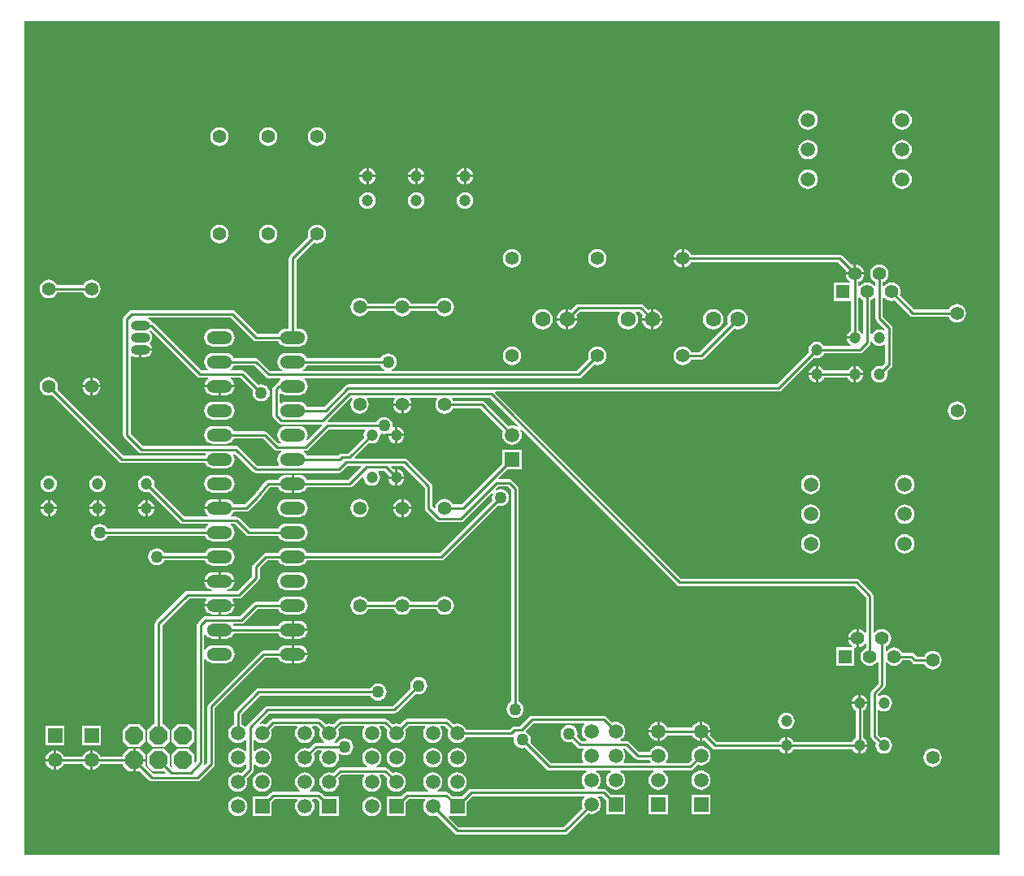
<source format=gbl>
G04*
G04 #@! TF.GenerationSoftware,Altium Limited,Altium Designer,19.0.10 (269)*
G04*
G04 Layer_Physical_Order=2*
G04 Layer_Color=16711680*
%FSLAX24Y24*%
%MOIN*%
G70*
G01*
G75*
%ADD12C,0.0100*%
%ADD38C,0.0472*%
%ADD39R,0.0591X0.0591*%
%ADD40C,0.0591*%
%ADD41P,0.0801X8X202.5*%
%ADD42C,0.0630*%
%ADD43C,0.0551*%
%ADD44O,0.0787X0.0394*%
%ADD45O,0.0787X0.0394*%
%ADD46O,0.1040X0.0520*%
%ADD47R,0.0551X0.0551*%
%ADD49C,0.0500*%
G36*
X40000Y1750D02*
X0D01*
Y36000D01*
X40000D01*
Y1750D01*
D02*
G37*
%LPC*%
G36*
X36000Y32340D02*
X35897Y32326D01*
X35801Y32286D01*
X35718Y32223D01*
X35655Y32140D01*
X35615Y32044D01*
X35601Y31941D01*
X35615Y31838D01*
X35655Y31742D01*
X35718Y31659D01*
X35801Y31596D01*
X35897Y31556D01*
X36000Y31542D01*
X36103Y31556D01*
X36199Y31596D01*
X36282Y31659D01*
X36345Y31742D01*
X36385Y31838D01*
X36399Y31941D01*
X36385Y32044D01*
X36345Y32140D01*
X36282Y32223D01*
X36199Y32286D01*
X36103Y32326D01*
X36000Y32340D01*
D02*
G37*
G36*
X32142D02*
X32039Y32326D01*
X31942Y32286D01*
X31860Y32223D01*
X31796Y32140D01*
X31757Y32044D01*
X31743Y31941D01*
X31757Y31838D01*
X31796Y31742D01*
X31860Y31659D01*
X31942Y31596D01*
X32039Y31556D01*
X32142Y31542D01*
X32245Y31556D01*
X32341Y31596D01*
X32424Y31659D01*
X32487Y31742D01*
X32527Y31838D01*
X32540Y31941D01*
X32527Y32044D01*
X32487Y32140D01*
X32424Y32223D01*
X32341Y32286D01*
X32245Y32326D01*
X32142Y32340D01*
D02*
G37*
G36*
X12000Y31629D02*
X11902Y31616D01*
X11811Y31578D01*
X11732Y31518D01*
X11672Y31439D01*
X11634Y31348D01*
X11621Y31250D01*
X11634Y31152D01*
X11672Y31061D01*
X11732Y30982D01*
X11811Y30922D01*
X11902Y30884D01*
X12000Y30871D01*
X12098Y30884D01*
X12189Y30922D01*
X12268Y30982D01*
X12328Y31061D01*
X12366Y31152D01*
X12379Y31250D01*
X12366Y31348D01*
X12328Y31439D01*
X12268Y31518D01*
X12189Y31578D01*
X12098Y31616D01*
X12000Y31629D01*
D02*
G37*
G36*
X10000D02*
X9902Y31616D01*
X9811Y31578D01*
X9732Y31518D01*
X9672Y31439D01*
X9634Y31348D01*
X9621Y31250D01*
X9634Y31152D01*
X9672Y31061D01*
X9732Y30982D01*
X9811Y30922D01*
X9902Y30884D01*
X10000Y30871D01*
X10098Y30884D01*
X10189Y30922D01*
X10268Y30982D01*
X10328Y31061D01*
X10366Y31152D01*
X10379Y31250D01*
X10366Y31348D01*
X10328Y31439D01*
X10268Y31518D01*
X10189Y31578D01*
X10098Y31616D01*
X10000Y31629D01*
D02*
G37*
G36*
X8000D02*
X7902Y31616D01*
X7811Y31578D01*
X7732Y31518D01*
X7672Y31439D01*
X7634Y31348D01*
X7621Y31250D01*
X7634Y31152D01*
X7672Y31061D01*
X7732Y30982D01*
X7811Y30922D01*
X7902Y30884D01*
X8000Y30871D01*
X8098Y30884D01*
X8189Y30922D01*
X8268Y30982D01*
X8328Y31061D01*
X8366Y31152D01*
X8379Y31250D01*
X8366Y31348D01*
X8328Y31439D01*
X8268Y31518D01*
X8189Y31578D01*
X8098Y31616D01*
X8000Y31629D01*
D02*
G37*
G36*
X36000Y31119D02*
X35897Y31106D01*
X35801Y31066D01*
X35718Y31002D01*
X35655Y30920D01*
X35615Y30824D01*
X35601Y30720D01*
X35615Y30617D01*
X35655Y30521D01*
X35718Y30439D01*
X35801Y30375D01*
X35897Y30335D01*
X36000Y30322D01*
X36103Y30335D01*
X36199Y30375D01*
X36282Y30439D01*
X36345Y30521D01*
X36385Y30617D01*
X36399Y30720D01*
X36385Y30824D01*
X36345Y30920D01*
X36282Y31002D01*
X36199Y31066D01*
X36103Y31106D01*
X36000Y31119D01*
D02*
G37*
G36*
X32142D02*
X32039Y31106D01*
X31942Y31066D01*
X31860Y31002D01*
X31796Y30920D01*
X31757Y30824D01*
X31743Y30720D01*
X31757Y30617D01*
X31796Y30521D01*
X31860Y30439D01*
X31942Y30375D01*
X32039Y30335D01*
X32142Y30322D01*
X32245Y30335D01*
X32341Y30375D01*
X32424Y30439D01*
X32487Y30521D01*
X32527Y30617D01*
X32540Y30720D01*
X32527Y30824D01*
X32487Y30920D01*
X32424Y31002D01*
X32341Y31066D01*
X32245Y31106D01*
X32142Y31119D01*
D02*
G37*
G36*
X14127Y29960D02*
Y29678D01*
X14409D01*
X14404Y29716D01*
X14370Y29798D01*
X14317Y29868D01*
X14246Y29922D01*
X14165Y29956D01*
X14127Y29960D01*
D02*
G37*
G36*
X18127D02*
Y29678D01*
X18409D01*
X18404Y29716D01*
X18370Y29798D01*
X18317Y29868D01*
X18246Y29922D01*
X18165Y29956D01*
X18127Y29960D01*
D02*
G37*
G36*
X16127D02*
Y29678D01*
X16409D01*
X16404Y29716D01*
X16370Y29798D01*
X16317Y29868D01*
X16246Y29922D01*
X16165Y29956D01*
X16127Y29960D01*
D02*
G37*
G36*
X18027D02*
X17989Y29956D01*
X17907Y29922D01*
X17837Y29868D01*
X17783Y29798D01*
X17749Y29716D01*
X17744Y29678D01*
X18027D01*
Y29960D01*
D02*
G37*
G36*
X16027D02*
X15989Y29956D01*
X15907Y29922D01*
X15837Y29868D01*
X15783Y29798D01*
X15749Y29716D01*
X15744Y29678D01*
X16027D01*
Y29960D01*
D02*
G37*
G36*
X14027D02*
X13989Y29956D01*
X13907Y29922D01*
X13837Y29868D01*
X13783Y29798D01*
X13749Y29716D01*
X13744Y29678D01*
X14027D01*
Y29960D01*
D02*
G37*
G36*
X14409Y29578D02*
X14127D01*
Y29295D01*
X14165Y29300D01*
X14246Y29334D01*
X14317Y29388D01*
X14370Y29458D01*
X14404Y29540D01*
X14409Y29578D01*
D02*
G37*
G36*
X18409D02*
X18127D01*
Y29295D01*
X18165Y29300D01*
X18246Y29334D01*
X18317Y29388D01*
X18370Y29458D01*
X18404Y29540D01*
X18409Y29578D01*
D02*
G37*
G36*
X16409D02*
X16127D01*
Y29295D01*
X16165Y29300D01*
X16246Y29334D01*
X16317Y29388D01*
X16370Y29458D01*
X16404Y29540D01*
X16409Y29578D01*
D02*
G37*
G36*
X18027D02*
X17744D01*
X17749Y29540D01*
X17783Y29458D01*
X17837Y29388D01*
X17907Y29334D01*
X17989Y29300D01*
X18027Y29295D01*
Y29578D01*
D02*
G37*
G36*
X16027D02*
X15744D01*
X15749Y29540D01*
X15783Y29458D01*
X15837Y29388D01*
X15907Y29334D01*
X15989Y29300D01*
X16027Y29295D01*
Y29578D01*
D02*
G37*
G36*
X14027D02*
X13744D01*
X13749Y29540D01*
X13783Y29458D01*
X13837Y29388D01*
X13907Y29334D01*
X13989Y29300D01*
X14027Y29295D01*
Y29578D01*
D02*
G37*
G36*
X36000Y29899D02*
X35897Y29885D01*
X35801Y29845D01*
X35718Y29782D01*
X35655Y29699D01*
X35615Y29603D01*
X35601Y29500D01*
X35615Y29397D01*
X35655Y29301D01*
X35718Y29218D01*
X35801Y29155D01*
X35897Y29115D01*
X36000Y29101D01*
X36103Y29115D01*
X36199Y29155D01*
X36282Y29218D01*
X36345Y29301D01*
X36385Y29397D01*
X36399Y29500D01*
X36385Y29603D01*
X36345Y29699D01*
X36282Y29782D01*
X36199Y29845D01*
X36103Y29885D01*
X36000Y29899D01*
D02*
G37*
G36*
X32142D02*
X32039Y29885D01*
X31942Y29845D01*
X31860Y29782D01*
X31796Y29699D01*
X31757Y29603D01*
X31743Y29500D01*
X31757Y29397D01*
X31796Y29301D01*
X31860Y29218D01*
X31942Y29155D01*
X32039Y29115D01*
X32142Y29101D01*
X32245Y29115D01*
X32341Y29155D01*
X32424Y29218D01*
X32487Y29301D01*
X32527Y29397D01*
X32540Y29500D01*
X32527Y29603D01*
X32487Y29699D01*
X32424Y29782D01*
X32341Y29845D01*
X32245Y29885D01*
X32142Y29899D01*
D02*
G37*
G36*
X18077Y28967D02*
X17989Y28956D01*
X17907Y28922D01*
X17837Y28868D01*
X17783Y28798D01*
X17749Y28716D01*
X17738Y28628D01*
X17749Y28540D01*
X17783Y28458D01*
X17837Y28388D01*
X17907Y28334D01*
X17989Y28300D01*
X18077Y28289D01*
X18165Y28300D01*
X18246Y28334D01*
X18317Y28388D01*
X18370Y28458D01*
X18404Y28540D01*
X18416Y28628D01*
X18404Y28716D01*
X18370Y28798D01*
X18317Y28868D01*
X18246Y28922D01*
X18165Y28956D01*
X18077Y28967D01*
D02*
G37*
G36*
X16077D02*
X15989Y28956D01*
X15907Y28922D01*
X15837Y28868D01*
X15783Y28798D01*
X15749Y28716D01*
X15738Y28628D01*
X15749Y28540D01*
X15783Y28458D01*
X15837Y28388D01*
X15907Y28334D01*
X15989Y28300D01*
X16077Y28289D01*
X16165Y28300D01*
X16246Y28334D01*
X16317Y28388D01*
X16370Y28458D01*
X16404Y28540D01*
X16416Y28628D01*
X16404Y28716D01*
X16370Y28798D01*
X16317Y28868D01*
X16246Y28922D01*
X16165Y28956D01*
X16077Y28967D01*
D02*
G37*
G36*
X14077D02*
X13989Y28956D01*
X13907Y28922D01*
X13837Y28868D01*
X13783Y28798D01*
X13749Y28716D01*
X13738Y28628D01*
X13749Y28540D01*
X13783Y28458D01*
X13837Y28388D01*
X13907Y28334D01*
X13989Y28300D01*
X14077Y28289D01*
X14165Y28300D01*
X14246Y28334D01*
X14317Y28388D01*
X14370Y28458D01*
X14404Y28540D01*
X14416Y28628D01*
X14404Y28716D01*
X14370Y28798D01*
X14317Y28868D01*
X14246Y28922D01*
X14165Y28956D01*
X14077Y28967D01*
D02*
G37*
G36*
X12000Y27629D02*
X11902Y27616D01*
X11811Y27578D01*
X11732Y27518D01*
X11672Y27439D01*
X11634Y27348D01*
X11621Y27250D01*
X11634Y27152D01*
X11649Y27115D01*
X10892Y26358D01*
X10859Y26309D01*
X10847Y26250D01*
Y23363D01*
X10740D01*
X10646Y23351D01*
X10558Y23314D01*
X10483Y23257D01*
X10426Y23182D01*
X10414Y23153D01*
X9563D01*
X8638Y24078D01*
X8589Y24111D01*
X8530Y24123D01*
X4400D01*
X4341Y24111D01*
X4292Y24078D01*
X4092Y23878D01*
X4059Y23829D01*
X4047Y23770D01*
Y19010D01*
X4059Y18951D01*
X4092Y18902D01*
X4692Y18302D01*
X4741Y18269D01*
X4800Y18257D01*
X7420D01*
X7445Y18207D01*
X7426Y18182D01*
X7414Y18153D01*
X4063D01*
X1351Y20865D01*
X1366Y20902D01*
X1379Y21000D01*
X1366Y21098D01*
X1328Y21189D01*
X1268Y21268D01*
X1189Y21328D01*
X1098Y21366D01*
X1000Y21379D01*
X902Y21366D01*
X811Y21328D01*
X732Y21268D01*
X672Y21189D01*
X634Y21098D01*
X621Y21000D01*
X634Y20902D01*
X672Y20811D01*
X732Y20732D01*
X811Y20672D01*
X902Y20634D01*
X1000Y20621D01*
X1098Y20634D01*
X1135Y20649D01*
X3892Y17892D01*
X3941Y17859D01*
X4000Y17847D01*
X7414D01*
X7426Y17818D01*
X7483Y17743D01*
X7558Y17686D01*
X7646Y17649D01*
X7740Y17637D01*
X8260D01*
X8354Y17649D01*
X8442Y17686D01*
X8517Y17743D01*
X8574Y17818D01*
X8611Y17906D01*
X8623Y18000D01*
X8611Y18094D01*
X8574Y18182D01*
X8574Y18182D01*
X8596Y18235D01*
X8625Y18239D01*
X9382Y17482D01*
X9431Y17449D01*
X9490Y17437D01*
X12900D01*
X12959Y17449D01*
X13008Y17482D01*
X13253Y17727D01*
X13792D01*
X13811Y17681D01*
X13283Y17153D01*
X11586D01*
X11574Y17182D01*
X11517Y17257D01*
X11442Y17314D01*
X11354Y17351D01*
X11260Y17363D01*
X11050D01*
Y17000D01*
Y16637D01*
X11260D01*
X11354Y16649D01*
X11442Y16686D01*
X11517Y16743D01*
X11574Y16818D01*
X11586Y16847D01*
X13347D01*
X13405Y16859D01*
X13455Y16892D01*
X13868Y17305D01*
X13915Y17281D01*
X13911Y17250D01*
X13922Y17162D01*
X13956Y17080D01*
X14010Y17010D01*
X14080Y16956D01*
X14162Y16922D01*
X14250Y16911D01*
X14338Y16922D01*
X14420Y16956D01*
X14490Y17010D01*
X14544Y17080D01*
X14578Y17162D01*
X14589Y17250D01*
X14578Y17338D01*
X14544Y17420D01*
X14500Y17477D01*
X14518Y17527D01*
X14757D01*
X14929Y17354D01*
X14922Y17338D01*
X14917Y17300D01*
X15200D01*
Y17583D01*
X15162Y17578D01*
X15146Y17571D01*
X15035Y17681D01*
X15055Y17727D01*
X15537D01*
X16427Y16837D01*
Y16000D01*
X16439Y15941D01*
X16472Y15892D01*
X16902Y15462D01*
X16951Y15429D01*
X17010Y15417D01*
X17900D01*
X17959Y15429D01*
X18008Y15462D01*
X19189Y16643D01*
X19227Y16610D01*
X19224Y16607D01*
X19189Y16521D01*
X19177Y16430D01*
X19189Y16339D01*
X19199Y16315D01*
X17037Y14153D01*
X11586D01*
X11574Y14182D01*
X11517Y14257D01*
X11442Y14314D01*
X11354Y14351D01*
X11260Y14363D01*
X10740D01*
X10646Y14351D01*
X10558Y14314D01*
X10483Y14257D01*
X10426Y14182D01*
X10414Y14153D01*
X9900D01*
X9841Y14141D01*
X9792Y14108D01*
X9392Y13708D01*
X9359Y13659D01*
X9347Y13600D01*
Y13203D01*
X8737Y12593D01*
X8309D01*
X8306Y12643D01*
X8354Y12649D01*
X8442Y12686D01*
X8517Y12743D01*
X8574Y12818D01*
X8611Y12906D01*
X8617Y12950D01*
X7383D01*
X7389Y12906D01*
X7426Y12818D01*
X7483Y12743D01*
X7558Y12686D01*
X7646Y12649D01*
X7694Y12643D01*
X7691Y12593D01*
X6690D01*
X6631Y12581D01*
X6582Y12548D01*
X5392Y11358D01*
X5359Y11309D01*
X5347Y11250D01*
Y7127D01*
X5265D01*
X5030Y6892D01*
Y6422D01*
X5265Y6187D01*
X5735D01*
X5970Y6422D01*
Y6892D01*
X5735Y7127D01*
X5653D01*
Y11187D01*
X6753Y12287D01*
X7443D01*
X7468Y12237D01*
X7426Y12182D01*
X7389Y12094D01*
X7383Y12050D01*
X8617D01*
X8611Y12094D01*
X8574Y12182D01*
X8532Y12237D01*
X8557Y12287D01*
X8800D01*
X8859Y12299D01*
X8908Y12332D01*
X9608Y13032D01*
X9641Y13081D01*
X9653Y13140D01*
Y13537D01*
X9963Y13847D01*
X10414D01*
X10426Y13818D01*
X10483Y13743D01*
X10558Y13686D01*
X10646Y13649D01*
X10740Y13637D01*
X11260D01*
X11354Y13649D01*
X11442Y13686D01*
X11517Y13743D01*
X11574Y13818D01*
X11586Y13847D01*
X17100D01*
X17159Y13859D01*
X17208Y13892D01*
X19415Y16099D01*
X19439Y16089D01*
X19530Y16077D01*
X19621Y16089D01*
X19707Y16124D01*
X19780Y16180D01*
X19836Y16253D01*
X19871Y16339D01*
X19883Y16430D01*
X19871Y16521D01*
X19836Y16607D01*
X19780Y16680D01*
X19707Y16736D01*
X19621Y16771D01*
X19530Y16783D01*
X19439Y16771D01*
X19353Y16736D01*
X19350Y16733D01*
X19317Y16771D01*
X19423Y16877D01*
X19837D01*
X19977Y16737D01*
Y8055D01*
X19953Y8046D01*
X19880Y7990D01*
X19824Y7917D01*
X19789Y7831D01*
X19777Y7740D01*
X19789Y7649D01*
X19824Y7563D01*
X19880Y7490D01*
X19953Y7434D01*
X20039Y7399D01*
X20130Y7387D01*
X20221Y7399D01*
X20307Y7434D01*
X20380Y7490D01*
X20436Y7563D01*
X20471Y7649D01*
X20483Y7740D01*
X20471Y7831D01*
X20436Y7917D01*
X20380Y7990D01*
X20307Y8046D01*
X20283Y8055D01*
Y16800D01*
X20271Y16859D01*
X20238Y16908D01*
X20008Y17138D01*
X19959Y17171D01*
X19900Y17183D01*
X19465D01*
X19445Y17229D01*
X19821Y17605D01*
X20395D01*
Y18395D01*
X19605D01*
Y17821D01*
X17937Y16153D01*
X17581D01*
X17566Y16189D01*
X17506Y16268D01*
X17428Y16328D01*
X17336Y16366D01*
X17238Y16379D01*
X17140Y16366D01*
X17049Y16328D01*
X16970Y16268D01*
X16910Y16189D01*
X16872Y16098D01*
X16860Y16007D01*
X16817Y15979D01*
X16733Y16063D01*
Y16900D01*
X16721Y16959D01*
X16688Y17008D01*
X15708Y17988D01*
X15659Y18021D01*
X15600Y18033D01*
X13565D01*
X13545Y18079D01*
X14146Y18679D01*
X14162Y18672D01*
X14250Y18661D01*
X14338Y18672D01*
X14420Y18706D01*
X14490Y18760D01*
X14544Y18830D01*
X14578Y18912D01*
X14589Y19000D01*
X14585Y19033D01*
X14624Y19063D01*
X14659Y19049D01*
X14750Y19037D01*
X14841Y19049D01*
X14876Y19063D01*
X14893Y19050D01*
X15200D01*
Y19333D01*
X15162Y19328D01*
X15144Y19320D01*
X15098Y19355D01*
X15103Y19390D01*
X15091Y19481D01*
X15056Y19567D01*
X15000Y19640D01*
X14927Y19696D01*
X14841Y19731D01*
X14750Y19743D01*
X14659Y19731D01*
X14573Y19696D01*
X14500Y19640D01*
X14444Y19567D01*
X14435Y19543D01*
X12470D01*
X12449Y19593D01*
X13380Y20524D01*
X13430Y20519D01*
X13451Y20477D01*
X13422Y20439D01*
X13384Y20348D01*
X13371Y20250D01*
X13384Y20152D01*
X13422Y20061D01*
X13482Y19982D01*
X13561Y19922D01*
X13652Y19884D01*
X13750Y19871D01*
X13848Y19884D01*
X13939Y19922D01*
X14018Y19982D01*
X14078Y20061D01*
X14116Y20152D01*
X14129Y20250D01*
X14116Y20348D01*
X14078Y20439D01*
X14049Y20477D01*
X14074Y20527D01*
X15176D01*
X15201Y20477D01*
X15172Y20439D01*
X15134Y20348D01*
X15128Y20300D01*
X15500D01*
X15872D01*
X15866Y20348D01*
X15828Y20439D01*
X15799Y20477D01*
X15824Y20527D01*
X16914D01*
X16939Y20477D01*
X16910Y20439D01*
X16872Y20348D01*
X16859Y20250D01*
X16872Y20152D01*
X16910Y20061D01*
X16970Y19982D01*
X17049Y19922D01*
X17140Y19884D01*
X17238Y19871D01*
X17336Y19884D01*
X17428Y19922D01*
X17506Y19982D01*
X17566Y20061D01*
X17581Y20097D01*
X18687D01*
X19634Y19150D01*
X19615Y19103D01*
X19601Y19000D01*
X19615Y18897D01*
X19655Y18801D01*
X19718Y18718D01*
X19801Y18655D01*
X19897Y18615D01*
X20000Y18601D01*
X20103Y18615D01*
X20199Y18655D01*
X20282Y18718D01*
X20345Y18801D01*
X20385Y18897D01*
X20399Y19000D01*
X20385Y19103D01*
X20345Y19199D01*
X20385Y19228D01*
X26772Y12842D01*
X26821Y12809D01*
X26880Y12797D01*
X34058D01*
X34518Y12337D01*
Y10904D01*
X34468Y10887D01*
X34439Y10925D01*
X34361Y10986D01*
X34269Y11023D01*
X34221Y11030D01*
Y10657D01*
Y10285D01*
X34269Y10292D01*
X34361Y10329D01*
X34439Y10390D01*
X34468Y10428D01*
X34518Y10411D01*
Y10251D01*
X34482Y10236D01*
X34403Y10175D01*
X34343Y10097D01*
X34305Y10006D01*
X34292Y9907D01*
X34305Y9809D01*
X34343Y9718D01*
X34403Y9640D01*
X34482Y9579D01*
X34573Y9542D01*
X34671Y9529D01*
X34769Y9542D01*
X34861Y9579D01*
X34939Y9640D01*
X34968Y9678D01*
X35018Y9661D01*
Y8785D01*
X34752Y8518D01*
X34719Y8469D01*
X34707Y8410D01*
Y6640D01*
X34719Y6581D01*
X34752Y6532D01*
X34929Y6354D01*
X34922Y6338D01*
X34911Y6250D01*
X34922Y6162D01*
X34956Y6080D01*
X35010Y6010D01*
X35080Y5956D01*
X35162Y5922D01*
X35250Y5911D01*
X35338Y5922D01*
X35420Y5956D01*
X35490Y6010D01*
X35544Y6080D01*
X35578Y6162D01*
X35589Y6250D01*
X35578Y6338D01*
X35544Y6420D01*
X35490Y6490D01*
X35420Y6544D01*
X35338Y6578D01*
X35250Y6589D01*
X35162Y6578D01*
X35146Y6571D01*
X35013Y6703D01*
Y7702D01*
X35058Y7724D01*
X35080Y7706D01*
X35162Y7672D01*
X35250Y7661D01*
X35338Y7672D01*
X35420Y7706D01*
X35490Y7760D01*
X35544Y7830D01*
X35578Y7912D01*
X35589Y8000D01*
X35578Y8088D01*
X35544Y8170D01*
X35490Y8240D01*
X35420Y8294D01*
X35338Y8328D01*
X35250Y8339D01*
X35162Y8328D01*
X35080Y8294D01*
X35058Y8276D01*
X35013Y8298D01*
Y8347D01*
X35279Y8613D01*
X35313Y8663D01*
X35324Y8721D01*
Y9661D01*
X35374Y9678D01*
X35403Y9640D01*
X35482Y9579D01*
X35573Y9542D01*
X35671Y9529D01*
X35769Y9542D01*
X35861Y9579D01*
X35939Y9640D01*
X35999Y9718D01*
X36014Y9755D01*
X36317D01*
X36429Y9642D01*
X36479Y9609D01*
X36537Y9597D01*
X36907D01*
X36922Y9561D01*
X36982Y9482D01*
X37061Y9422D01*
X37152Y9384D01*
X37250Y9371D01*
X37348Y9384D01*
X37439Y9422D01*
X37518Y9482D01*
X37578Y9561D01*
X37616Y9652D01*
X37629Y9750D01*
X37616Y9848D01*
X37578Y9939D01*
X37518Y10018D01*
X37439Y10078D01*
X37348Y10116D01*
X37250Y10129D01*
X37152Y10116D01*
X37061Y10078D01*
X36982Y10018D01*
X36922Y9939D01*
X36907Y9903D01*
X36601D01*
X36488Y10016D01*
X36439Y10049D01*
X36380Y10060D01*
X36014D01*
X35999Y10097D01*
X35939Y10175D01*
X35861Y10236D01*
X35769Y10273D01*
X35671Y10286D01*
X35573Y10273D01*
X35482Y10236D01*
X35403Y10175D01*
X35374Y10137D01*
X35324Y10154D01*
Y10314D01*
X35361Y10329D01*
X35439Y10390D01*
X35499Y10468D01*
X35537Y10559D01*
X35550Y10657D01*
X35537Y10756D01*
X35499Y10847D01*
X35439Y10925D01*
X35361Y10986D01*
X35269Y11023D01*
X35171Y11036D01*
X35073Y11023D01*
X34982Y10986D01*
X34903Y10925D01*
X34874Y10887D01*
X34824Y10904D01*
Y12400D01*
X34813Y12459D01*
X34779Y12508D01*
X34229Y13058D01*
X34180Y13091D01*
X34121Y13103D01*
X26943D01*
X19315Y20731D01*
X19335Y20777D01*
X30930D01*
X30989Y20789D01*
X31038Y20822D01*
X32396Y22179D01*
X32412Y22172D01*
X32500Y22161D01*
X32588Y22172D01*
X32670Y22206D01*
X32740Y22260D01*
X32794Y22330D01*
X32801Y22347D01*
X34263D01*
X34322Y22359D01*
X34371Y22392D01*
X34671Y22692D01*
X34704Y22741D01*
X34716Y22800D01*
Y22829D01*
X34766Y22839D01*
X34769Y22830D01*
X34823Y22760D01*
X34893Y22706D01*
X34975Y22672D01*
X35063Y22661D01*
X35151Y22672D01*
X35233Y22706D01*
X35252Y22721D01*
X35297Y22699D01*
Y21950D01*
X35167Y21821D01*
X35151Y21828D01*
X35063Y21839D01*
X34975Y21828D01*
X34893Y21794D01*
X34823Y21740D01*
X34769Y21670D01*
X34735Y21588D01*
X34724Y21500D01*
X34735Y21412D01*
X34769Y21330D01*
X34823Y21260D01*
X34893Y21206D01*
X34975Y21172D01*
X35063Y21161D01*
X35151Y21172D01*
X35233Y21206D01*
X35303Y21260D01*
X35357Y21330D01*
X35391Y21412D01*
X35402Y21500D01*
X35391Y21588D01*
X35384Y21604D01*
X35558Y21779D01*
X35591Y21828D01*
X35603Y21887D01*
Y23390D01*
X35591Y23449D01*
X35558Y23498D01*
X35216Y23840D01*
Y24631D01*
X35266Y24648D01*
X35295Y24610D01*
X35374Y24550D01*
X35465Y24512D01*
X35563Y24499D01*
X35661Y24512D01*
X35698Y24527D01*
X36333Y23892D01*
X36382Y23859D01*
X36441Y23847D01*
X37907D01*
X37922Y23811D01*
X37982Y23732D01*
X38061Y23672D01*
X38152Y23634D01*
X38250Y23621D01*
X38348Y23634D01*
X38439Y23672D01*
X38518Y23732D01*
X38578Y23811D01*
X38616Y23902D01*
X38629Y24000D01*
X38616Y24098D01*
X38578Y24189D01*
X38518Y24268D01*
X38439Y24328D01*
X38348Y24366D01*
X38250Y24379D01*
X38152Y24366D01*
X38061Y24328D01*
X37982Y24268D01*
X37922Y24189D01*
X37907Y24153D01*
X36504D01*
X35914Y24743D01*
X35929Y24780D01*
X35942Y24878D01*
X35929Y24976D01*
X35891Y25067D01*
X35831Y25146D01*
X35752Y25206D01*
X35661Y25244D01*
X35563Y25257D01*
X35465Y25244D01*
X35374Y25206D01*
X35295Y25146D01*
X35266Y25108D01*
X35216Y25125D01*
Y25285D01*
X35252Y25300D01*
X35331Y25360D01*
X35391Y25439D01*
X35429Y25530D01*
X35442Y25628D01*
X35429Y25726D01*
X35391Y25817D01*
X35331Y25896D01*
X35252Y25956D01*
X35161Y25994D01*
X35063Y26007D01*
X34965Y25994D01*
X34874Y25956D01*
X34795Y25896D01*
X34735Y25817D01*
X34697Y25726D01*
X34684Y25628D01*
X34697Y25530D01*
X34735Y25439D01*
X34795Y25360D01*
X34874Y25300D01*
X34910Y25285D01*
Y25125D01*
X34860Y25108D01*
X34831Y25146D01*
X34752Y25206D01*
X34661Y25244D01*
X34563Y25257D01*
X34465Y25244D01*
X34374Y25206D01*
X34295Y25146D01*
X34263Y25104D01*
X34213Y25121D01*
Y25284D01*
X34252Y25300D01*
X34331Y25360D01*
X34391Y25439D01*
X34429Y25530D01*
X34435Y25578D01*
X34063D01*
X33691D01*
X33697Y25530D01*
X33735Y25439D01*
X33795Y25360D01*
X33869Y25304D01*
X33869Y25287D01*
X33855Y25254D01*
X33187D01*
Y24502D01*
X33907D01*
Y23299D01*
X33893Y23294D01*
X33823Y23240D01*
X33769Y23170D01*
X33735Y23088D01*
X33730Y23050D01*
X34063D01*
Y22950D01*
X33730D01*
X33735Y22912D01*
X33769Y22830D01*
X33823Y22760D01*
X33893Y22706D01*
X33902Y22703D01*
X33892Y22653D01*
X32801D01*
X32794Y22670D01*
X32740Y22740D01*
X32670Y22794D01*
X32588Y22828D01*
X32500Y22839D01*
X32412Y22828D01*
X32330Y22794D01*
X32260Y22740D01*
X32206Y22670D01*
X32172Y22588D01*
X32161Y22500D01*
X32172Y22412D01*
X32179Y22396D01*
X30867Y21083D01*
X13280D01*
X13221Y21071D01*
X13172Y21038D01*
X12287Y20153D01*
X11586D01*
X11574Y20182D01*
X11517Y20257D01*
X11442Y20314D01*
X11354Y20351D01*
X11260Y20363D01*
X10740D01*
X10646Y20351D01*
X10558Y20314D01*
X10533Y20295D01*
X10483Y20320D01*
Y20680D01*
X10533Y20705D01*
X10558Y20686D01*
X10646Y20649D01*
X10740Y20637D01*
X11260D01*
X11354Y20649D01*
X11442Y20686D01*
X11517Y20743D01*
X11574Y20818D01*
X11611Y20906D01*
X11623Y21000D01*
X11611Y21094D01*
X11574Y21182D01*
X11517Y21257D01*
X11490Y21277D01*
X11507Y21327D01*
X22730D01*
X22789Y21339D01*
X22838Y21372D01*
X23365Y21899D01*
X23402Y21884D01*
X23500Y21871D01*
X23598Y21884D01*
X23689Y21922D01*
X23768Y21982D01*
X23828Y22061D01*
X23866Y22152D01*
X23879Y22250D01*
X23866Y22348D01*
X23828Y22439D01*
X23768Y22518D01*
X23689Y22578D01*
X23598Y22616D01*
X23500Y22629D01*
X23402Y22616D01*
X23311Y22578D01*
X23232Y22518D01*
X23172Y22439D01*
X23134Y22348D01*
X23121Y22250D01*
X23134Y22152D01*
X23149Y22115D01*
X22667Y21633D01*
X15079D01*
X15069Y21683D01*
X15097Y21694D01*
X15170Y21750D01*
X15226Y21823D01*
X15261Y21909D01*
X15273Y22000D01*
X15261Y22091D01*
X15226Y22177D01*
X15170Y22250D01*
X15097Y22306D01*
X15011Y22341D01*
X14920Y22353D01*
X14829Y22341D01*
X14743Y22306D01*
X14670Y22250D01*
X14614Y22177D01*
X14605Y22153D01*
X11586D01*
X11574Y22182D01*
X11517Y22257D01*
X11442Y22314D01*
X11354Y22351D01*
X11260Y22363D01*
X10740D01*
X10646Y22351D01*
X10558Y22314D01*
X10483Y22257D01*
X10426Y22182D01*
X10389Y22094D01*
X10377Y22000D01*
X10389Y21906D01*
X10426Y21818D01*
X10483Y21743D01*
X10558Y21686D01*
X10565Y21683D01*
X10555Y21633D01*
X10083D01*
X9608Y22108D01*
X9559Y22141D01*
X9500Y22153D01*
X8586D01*
X8574Y22182D01*
X8517Y22257D01*
X8442Y22314D01*
X8354Y22351D01*
X8260Y22363D01*
X7740D01*
X7646Y22351D01*
X7558Y22314D01*
X7483Y22257D01*
X7426Y22182D01*
X7389Y22094D01*
X7377Y22000D01*
X7389Y21906D01*
X7426Y21818D01*
X7483Y21743D01*
X7536Y21703D01*
X7519Y21653D01*
X7263D01*
X5308Y23608D01*
X5259Y23641D01*
X5204Y23652D01*
X5159Y23712D01*
X5097Y23759D01*
X5078Y23767D01*
X5088Y23817D01*
X8467D01*
X9392Y22892D01*
X9441Y22859D01*
X9500Y22847D01*
X10414D01*
X10426Y22818D01*
X10483Y22743D01*
X10558Y22686D01*
X10646Y22649D01*
X10740Y22637D01*
X11260D01*
X11354Y22649D01*
X11442Y22686D01*
X11517Y22743D01*
X11574Y22818D01*
X11611Y22906D01*
X11623Y23000D01*
X11611Y23094D01*
X11574Y23182D01*
X11517Y23257D01*
X11442Y23314D01*
X11354Y23351D01*
X11260Y23363D01*
X11153D01*
Y26187D01*
X11865Y26899D01*
X11902Y26884D01*
X12000Y26871D01*
X12098Y26884D01*
X12189Y26922D01*
X12268Y26982D01*
X12328Y27061D01*
X12366Y27152D01*
X12379Y27250D01*
X12366Y27348D01*
X12328Y27439D01*
X12268Y27518D01*
X12189Y27578D01*
X12098Y27616D01*
X12000Y27629D01*
D02*
G37*
G36*
X10000D02*
X9902Y27616D01*
X9811Y27578D01*
X9732Y27518D01*
X9672Y27439D01*
X9634Y27348D01*
X9621Y27250D01*
X9634Y27152D01*
X9672Y27061D01*
X9732Y26982D01*
X9811Y26922D01*
X9902Y26884D01*
X10000Y26871D01*
X10098Y26884D01*
X10189Y26922D01*
X10268Y26982D01*
X10328Y27061D01*
X10366Y27152D01*
X10379Y27250D01*
X10366Y27348D01*
X10328Y27439D01*
X10268Y27518D01*
X10189Y27578D01*
X10098Y27616D01*
X10000Y27629D01*
D02*
G37*
G36*
X8000D02*
X7902Y27616D01*
X7811Y27578D01*
X7732Y27518D01*
X7672Y27439D01*
X7634Y27348D01*
X7621Y27250D01*
X7634Y27152D01*
X7672Y27061D01*
X7732Y26982D01*
X7811Y26922D01*
X7902Y26884D01*
X8000Y26871D01*
X8098Y26884D01*
X8189Y26922D01*
X8268Y26982D01*
X8328Y27061D01*
X8366Y27152D01*
X8379Y27250D01*
X8366Y27348D01*
X8328Y27439D01*
X8268Y27518D01*
X8189Y27578D01*
X8098Y27616D01*
X8000Y27629D01*
D02*
G37*
G36*
X26950Y26622D02*
X26902Y26616D01*
X26811Y26578D01*
X26732Y26518D01*
X26672Y26439D01*
X26634Y26348D01*
X26628Y26300D01*
X26950D01*
Y26622D01*
D02*
G37*
G36*
Y26200D02*
X26628D01*
X26634Y26152D01*
X26672Y26061D01*
X26732Y25982D01*
X26811Y25922D01*
X26902Y25884D01*
X26950Y25878D01*
Y26200D01*
D02*
G37*
G36*
X23500Y26629D02*
X23402Y26616D01*
X23311Y26578D01*
X23232Y26518D01*
X23172Y26439D01*
X23134Y26348D01*
X23121Y26250D01*
X23134Y26152D01*
X23172Y26061D01*
X23232Y25982D01*
X23311Y25922D01*
X23402Y25884D01*
X23500Y25871D01*
X23598Y25884D01*
X23689Y25922D01*
X23768Y25982D01*
X23828Y26061D01*
X23866Y26152D01*
X23879Y26250D01*
X23866Y26348D01*
X23828Y26439D01*
X23768Y26518D01*
X23689Y26578D01*
X23598Y26616D01*
X23500Y26629D01*
D02*
G37*
G36*
X20000D02*
X19902Y26616D01*
X19811Y26578D01*
X19732Y26518D01*
X19672Y26439D01*
X19634Y26348D01*
X19621Y26250D01*
X19634Y26152D01*
X19672Y26061D01*
X19732Y25982D01*
X19811Y25922D01*
X19902Y25884D01*
X20000Y25871D01*
X20098Y25884D01*
X20189Y25922D01*
X20268Y25982D01*
X20328Y26061D01*
X20366Y26152D01*
X20379Y26250D01*
X20366Y26348D01*
X20328Y26439D01*
X20268Y26518D01*
X20189Y26578D01*
X20098Y26616D01*
X20000Y26629D01*
D02*
G37*
G36*
X34113Y26000D02*
Y25678D01*
X34435D01*
X34429Y25726D01*
X34391Y25817D01*
X34331Y25896D01*
X34252Y25956D01*
X34161Y25994D01*
X34113Y26000D01*
D02*
G37*
G36*
X27050Y26622D02*
Y26250D01*
Y25878D01*
X27098Y25884D01*
X27189Y25922D01*
X27268Y25982D01*
X27328Y26061D01*
X27343Y26097D01*
X33378D01*
X33712Y25762D01*
X33697Y25726D01*
X33691Y25678D01*
X34013D01*
Y26000D01*
X33965Y25994D01*
X33928Y25979D01*
X33549Y26358D01*
X33499Y26391D01*
X33441Y26403D01*
X27343D01*
X27328Y26439D01*
X27268Y26518D01*
X27189Y26578D01*
X27098Y26616D01*
X27050Y26622D01*
D02*
G37*
G36*
X2750Y25379D02*
X2652Y25366D01*
X2561Y25328D01*
X2482Y25268D01*
X2422Y25189D01*
X2407Y25153D01*
X1343D01*
X1328Y25189D01*
X1268Y25268D01*
X1189Y25328D01*
X1098Y25366D01*
X1000Y25379D01*
X902Y25366D01*
X811Y25328D01*
X732Y25268D01*
X672Y25189D01*
X634Y25098D01*
X621Y25000D01*
X634Y24902D01*
X672Y24811D01*
X732Y24732D01*
X811Y24672D01*
X902Y24634D01*
X1000Y24621D01*
X1098Y24634D01*
X1189Y24672D01*
X1268Y24732D01*
X1328Y24811D01*
X1343Y24847D01*
X2407D01*
X2422Y24811D01*
X2482Y24732D01*
X2561Y24672D01*
X2652Y24634D01*
X2750Y24621D01*
X2848Y24634D01*
X2939Y24672D01*
X3018Y24732D01*
X3078Y24811D01*
X3116Y24902D01*
X3129Y25000D01*
X3116Y25098D01*
X3078Y25189D01*
X3018Y25268D01*
X2939Y25328D01*
X2848Y25366D01*
X2750Y25379D01*
D02*
G37*
G36*
X17238Y24629D02*
X17140Y24616D01*
X17049Y24578D01*
X16970Y24518D01*
X16910Y24439D01*
X16895Y24403D01*
X15843D01*
X15828Y24439D01*
X15768Y24518D01*
X15689Y24578D01*
X15598Y24616D01*
X15500Y24629D01*
X15402Y24616D01*
X15311Y24578D01*
X15232Y24518D01*
X15172Y24439D01*
X15157Y24403D01*
X14093D01*
X14078Y24439D01*
X14018Y24518D01*
X13939Y24578D01*
X13848Y24616D01*
X13750Y24629D01*
X13652Y24616D01*
X13561Y24578D01*
X13482Y24518D01*
X13422Y24439D01*
X13384Y24348D01*
X13371Y24250D01*
X13384Y24152D01*
X13422Y24061D01*
X13482Y23982D01*
X13561Y23922D01*
X13652Y23884D01*
X13750Y23871D01*
X13848Y23884D01*
X13939Y23922D01*
X14018Y23982D01*
X14078Y24061D01*
X14093Y24097D01*
X15157D01*
X15172Y24061D01*
X15232Y23982D01*
X15311Y23922D01*
X15402Y23884D01*
X15500Y23871D01*
X15598Y23884D01*
X15689Y23922D01*
X15768Y23982D01*
X15828Y24061D01*
X15843Y24097D01*
X16895D01*
X16910Y24061D01*
X16970Y23982D01*
X17049Y23922D01*
X17140Y23884D01*
X17238Y23871D01*
X17336Y23884D01*
X17428Y23922D01*
X17506Y23982D01*
X17566Y24061D01*
X17604Y24152D01*
X17617Y24250D01*
X17604Y24348D01*
X17566Y24439D01*
X17506Y24518D01*
X17428Y24578D01*
X17336Y24616D01*
X17238Y24629D01*
D02*
G37*
G36*
X25280Y24373D02*
X22720D01*
X22661Y24361D01*
X22612Y24328D01*
X22415Y24131D01*
X22358Y24154D01*
X22300Y24162D01*
Y23800D01*
X22662D01*
X22654Y23858D01*
X22631Y23915D01*
X22783Y24067D01*
X24407D01*
X24432Y24017D01*
X24388Y23959D01*
X24346Y23858D01*
X24331Y23750D01*
X24346Y23642D01*
X24388Y23541D01*
X24454Y23454D01*
X24541Y23388D01*
X24642Y23346D01*
X24750Y23331D01*
X24858Y23346D01*
X24959Y23388D01*
X25046Y23454D01*
X25112Y23541D01*
X25154Y23642D01*
X25169Y23750D01*
X25154Y23858D01*
X25112Y23959D01*
X25068Y24017D01*
X25093Y24067D01*
X25217D01*
X25369Y23915D01*
X25346Y23858D01*
X25338Y23800D01*
X25700D01*
Y24162D01*
X25642Y24154D01*
X25585Y24131D01*
X25388Y24328D01*
X25339Y24361D01*
X25280Y24373D01*
D02*
G37*
G36*
X25800Y24162D02*
Y23800D01*
X26162D01*
X26154Y23858D01*
X26112Y23959D01*
X26046Y24046D01*
X25959Y24112D01*
X25858Y24154D01*
X25800Y24162D01*
D02*
G37*
G36*
X22200D02*
X22142Y24154D01*
X22041Y24112D01*
X21954Y24046D01*
X21888Y23959D01*
X21846Y23858D01*
X21838Y23800D01*
X22200D01*
Y24162D01*
D02*
G37*
G36*
X26162Y23700D02*
X25800D01*
Y23338D01*
X25858Y23346D01*
X25959Y23388D01*
X26046Y23454D01*
X26112Y23541D01*
X26154Y23642D01*
X26162Y23700D01*
D02*
G37*
G36*
X22662D02*
X22300D01*
Y23338D01*
X22358Y23346D01*
X22459Y23388D01*
X22546Y23454D01*
X22612Y23541D01*
X22654Y23642D01*
X22662Y23700D01*
D02*
G37*
G36*
X22200D02*
X21838D01*
X21846Y23642D01*
X21888Y23541D01*
X21954Y23454D01*
X22041Y23388D01*
X22142Y23346D01*
X22200Y23338D01*
Y23700D01*
D02*
G37*
G36*
X25700D02*
X25338D01*
X25346Y23642D01*
X25388Y23541D01*
X25454Y23454D01*
X25541Y23388D01*
X25642Y23346D01*
X25700Y23338D01*
Y23700D01*
D02*
G37*
G36*
X29250Y24169D02*
X29142Y24154D01*
X29041Y24112D01*
X28954Y24046D01*
X28888Y23959D01*
X28846Y23858D01*
X28831Y23750D01*
X28846Y23642D01*
X28869Y23585D01*
X27687Y22403D01*
X27343D01*
X27328Y22439D01*
X27268Y22518D01*
X27189Y22578D01*
X27098Y22616D01*
X27000Y22629D01*
X26902Y22616D01*
X26811Y22578D01*
X26732Y22518D01*
X26672Y22439D01*
X26634Y22348D01*
X26621Y22250D01*
X26634Y22152D01*
X26672Y22061D01*
X26732Y21982D01*
X26811Y21922D01*
X26902Y21884D01*
X27000Y21871D01*
X27098Y21884D01*
X27189Y21922D01*
X27268Y21982D01*
X27328Y22061D01*
X27343Y22097D01*
X27750D01*
X27809Y22109D01*
X27858Y22142D01*
X29085Y23369D01*
X29142Y23346D01*
X29250Y23331D01*
X29358Y23346D01*
X29459Y23388D01*
X29546Y23454D01*
X29612Y23541D01*
X29654Y23642D01*
X29669Y23750D01*
X29654Y23858D01*
X29612Y23959D01*
X29546Y24046D01*
X29459Y24112D01*
X29358Y24154D01*
X29250Y24169D01*
D02*
G37*
G36*
X28250D02*
X28142Y24154D01*
X28041Y24112D01*
X27954Y24046D01*
X27888Y23959D01*
X27846Y23858D01*
X27831Y23750D01*
X27846Y23642D01*
X27888Y23541D01*
X27954Y23454D01*
X28041Y23388D01*
X28142Y23346D01*
X28250Y23331D01*
X28358Y23346D01*
X28459Y23388D01*
X28546Y23454D01*
X28612Y23541D01*
X28654Y23642D01*
X28669Y23750D01*
X28654Y23858D01*
X28612Y23959D01*
X28546Y24046D01*
X28459Y24112D01*
X28358Y24154D01*
X28250Y24169D01*
D02*
G37*
G36*
X21250D02*
X21142Y24154D01*
X21041Y24112D01*
X20954Y24046D01*
X20888Y23959D01*
X20846Y23858D01*
X20831Y23750D01*
X20846Y23642D01*
X20888Y23541D01*
X20954Y23454D01*
X21041Y23388D01*
X21142Y23346D01*
X21250Y23331D01*
X21358Y23346D01*
X21459Y23388D01*
X21546Y23454D01*
X21612Y23541D01*
X21654Y23642D01*
X21669Y23750D01*
X21654Y23858D01*
X21612Y23959D01*
X21546Y24046D01*
X21459Y24112D01*
X21358Y24154D01*
X21250Y24169D01*
D02*
G37*
G36*
X8260Y23363D02*
X7740D01*
X7646Y23351D01*
X7558Y23314D01*
X7483Y23257D01*
X7426Y23182D01*
X7389Y23094D01*
X7377Y23000D01*
X7389Y22906D01*
X7426Y22818D01*
X7483Y22743D01*
X7558Y22686D01*
X7646Y22649D01*
X7740Y22637D01*
X8260D01*
X8354Y22649D01*
X8442Y22686D01*
X8517Y22743D01*
X8574Y22818D01*
X8611Y22906D01*
X8623Y23000D01*
X8611Y23094D01*
X8574Y23182D01*
X8517Y23257D01*
X8442Y23314D01*
X8354Y23351D01*
X8260Y23363D01*
D02*
G37*
G36*
X20000Y22629D02*
X19902Y22616D01*
X19811Y22578D01*
X19732Y22518D01*
X19672Y22439D01*
X19634Y22348D01*
X19621Y22250D01*
X19634Y22152D01*
X19672Y22061D01*
X19732Y21982D01*
X19811Y21922D01*
X19902Y21884D01*
X20000Y21871D01*
X20098Y21884D01*
X20189Y21922D01*
X20268Y21982D01*
X20328Y22061D01*
X20366Y22152D01*
X20379Y22250D01*
X20366Y22348D01*
X20328Y22439D01*
X20268Y22518D01*
X20189Y22578D01*
X20098Y22616D01*
X20000Y22629D01*
D02*
G37*
G36*
X34113Y21833D02*
Y21550D01*
X34396D01*
X34391Y21588D01*
X34357Y21670D01*
X34303Y21740D01*
X34233Y21794D01*
X34151Y21828D01*
X34113Y21833D01*
D02*
G37*
G36*
X32450D02*
X32412Y21828D01*
X32330Y21794D01*
X32260Y21740D01*
X32206Y21670D01*
X32172Y21588D01*
X32167Y21550D01*
X32450D01*
Y21833D01*
D02*
G37*
G36*
X34396Y21450D02*
X34113D01*
Y21167D01*
X34151Y21172D01*
X34233Y21206D01*
X34303Y21260D01*
X34357Y21330D01*
X34391Y21412D01*
X34396Y21450D01*
D02*
G37*
G36*
X32450D02*
X32167D01*
X32172Y21412D01*
X32206Y21330D01*
X32260Y21260D01*
X32330Y21206D01*
X32412Y21172D01*
X32450Y21167D01*
Y21450D01*
D02*
G37*
G36*
X32550Y21833D02*
Y21500D01*
Y21167D01*
X32588Y21172D01*
X32670Y21206D01*
X32740Y21260D01*
X32794Y21330D01*
X32801Y21347D01*
X33762D01*
X33769Y21330D01*
X33823Y21260D01*
X33893Y21206D01*
X33975Y21172D01*
X34013Y21167D01*
Y21500D01*
Y21833D01*
X33975Y21828D01*
X33893Y21794D01*
X33823Y21740D01*
X33769Y21670D01*
X33762Y21653D01*
X32801D01*
X32794Y21670D01*
X32740Y21740D01*
X32670Y21794D01*
X32588Y21828D01*
X32550Y21833D01*
D02*
G37*
G36*
X2800Y21372D02*
Y21050D01*
X3122D01*
X3116Y21098D01*
X3078Y21189D01*
X3018Y21268D01*
X2939Y21328D01*
X2848Y21366D01*
X2800Y21372D01*
D02*
G37*
G36*
X2700D02*
X2652Y21366D01*
X2561Y21328D01*
X2482Y21268D01*
X2422Y21189D01*
X2384Y21098D01*
X2378Y21050D01*
X2700D01*
Y21372D01*
D02*
G37*
G36*
X3122Y20950D02*
X2800D01*
Y20628D01*
X2848Y20634D01*
X2939Y20672D01*
X3018Y20732D01*
X3078Y20811D01*
X3116Y20902D01*
X3122Y20950D01*
D02*
G37*
G36*
X2700D02*
X2378D01*
X2384Y20902D01*
X2422Y20811D01*
X2482Y20732D01*
X2561Y20672D01*
X2652Y20634D01*
X2700Y20628D01*
Y20950D01*
D02*
G37*
G36*
X15872Y20200D02*
X15550D01*
Y19878D01*
X15598Y19884D01*
X15689Y19922D01*
X15768Y19982D01*
X15828Y20061D01*
X15866Y20152D01*
X15872Y20200D01*
D02*
G37*
G36*
X15450D02*
X15128D01*
X15134Y20152D01*
X15172Y20061D01*
X15232Y19982D01*
X15311Y19922D01*
X15402Y19884D01*
X15450Y19878D01*
Y20200D01*
D02*
G37*
G36*
X38250Y20379D02*
X38152Y20366D01*
X38061Y20328D01*
X37982Y20268D01*
X37922Y20189D01*
X37884Y20098D01*
X37871Y20000D01*
X37884Y19902D01*
X37922Y19811D01*
X37982Y19732D01*
X38061Y19672D01*
X38152Y19634D01*
X38250Y19621D01*
X38348Y19634D01*
X38439Y19672D01*
X38518Y19732D01*
X38578Y19811D01*
X38616Y19902D01*
X38629Y20000D01*
X38616Y20098D01*
X38578Y20189D01*
X38518Y20268D01*
X38439Y20328D01*
X38348Y20366D01*
X38250Y20379D01*
D02*
G37*
G36*
X15300Y19333D02*
Y19050D01*
X15583D01*
X15578Y19088D01*
X15544Y19170D01*
X15490Y19240D01*
X15420Y19294D01*
X15338Y19328D01*
X15300Y19333D01*
D02*
G37*
G36*
X15583Y18950D02*
X15300D01*
Y18667D01*
X15338Y18672D01*
X15420Y18706D01*
X15490Y18760D01*
X15544Y18830D01*
X15578Y18912D01*
X15583Y18950D01*
D02*
G37*
G36*
X15200D02*
X14917D01*
X14922Y18912D01*
X14956Y18830D01*
X15010Y18760D01*
X15080Y18706D01*
X15162Y18672D01*
X15200Y18667D01*
Y18950D01*
D02*
G37*
G36*
X15300Y17583D02*
Y17300D01*
X15583D01*
X15578Y17338D01*
X15544Y17420D01*
X15490Y17490D01*
X15420Y17544D01*
X15338Y17578D01*
X15300Y17583D01*
D02*
G37*
G36*
X10950Y17363D02*
X10740D01*
X10646Y17351D01*
X10558Y17314D01*
X10483Y17257D01*
X10426Y17182D01*
X10414Y17153D01*
X10000D01*
X9993Y17152D01*
X9986Y17152D01*
X9964Y17146D01*
X9941Y17141D01*
X9936Y17137D01*
X9929Y17135D01*
X9911Y17121D01*
X9892Y17108D01*
X9888Y17102D01*
X9883Y17098D01*
X9387Y16503D01*
X9037Y16153D01*
X8586D01*
X8574Y16182D01*
X8517Y16257D01*
X8442Y16314D01*
X8354Y16351D01*
X8260Y16363D01*
X8050D01*
Y16000D01*
X8000D01*
Y15950D01*
X7383D01*
X7389Y15906D01*
X7426Y15818D01*
X7483Y15743D01*
X7536Y15703D01*
X7519Y15653D01*
X6563D01*
X5321Y16896D01*
X5328Y16912D01*
X5339Y17000D01*
X5328Y17088D01*
X5294Y17170D01*
X5240Y17240D01*
X5170Y17294D01*
X5088Y17328D01*
X5000Y17339D01*
X4912Y17328D01*
X4830Y17294D01*
X4760Y17240D01*
X4706Y17170D01*
X4672Y17088D01*
X4661Y17000D01*
X4672Y16912D01*
X4706Y16830D01*
X4760Y16760D01*
X4830Y16706D01*
X4912Y16672D01*
X5000Y16661D01*
X5088Y16672D01*
X5104Y16679D01*
X6392Y15392D01*
X6441Y15359D01*
X6500Y15347D01*
X7519D01*
X7536Y15297D01*
X7483Y15257D01*
X7426Y15182D01*
X7414Y15153D01*
X3405D01*
X3396Y15177D01*
X3340Y15250D01*
X3267Y15306D01*
X3181Y15341D01*
X3090Y15353D01*
X2999Y15341D01*
X2913Y15306D01*
X2840Y15250D01*
X2784Y15177D01*
X2749Y15091D01*
X2737Y15000D01*
X2749Y14909D01*
X2784Y14823D01*
X2840Y14750D01*
X2913Y14694D01*
X2999Y14659D01*
X3090Y14647D01*
X3181Y14659D01*
X3267Y14694D01*
X3340Y14750D01*
X3396Y14823D01*
X3405Y14847D01*
X7414D01*
X7426Y14818D01*
X7483Y14743D01*
X7558Y14686D01*
X7646Y14649D01*
X7740Y14637D01*
X8260D01*
X8354Y14649D01*
X8442Y14686D01*
X8517Y14743D01*
X8574Y14818D01*
X8611Y14906D01*
X8623Y15000D01*
X8611Y15094D01*
X8574Y15182D01*
X8517Y15257D01*
X8464Y15297D01*
X8481Y15347D01*
X8627D01*
X9082Y14892D01*
X9131Y14859D01*
X9190Y14847D01*
X10414D01*
X10426Y14818D01*
X10483Y14743D01*
X10558Y14686D01*
X10646Y14649D01*
X10740Y14637D01*
X11260D01*
X11354Y14649D01*
X11442Y14686D01*
X11517Y14743D01*
X11574Y14818D01*
X11611Y14906D01*
X11623Y15000D01*
X11611Y15094D01*
X11574Y15182D01*
X11517Y15257D01*
X11442Y15314D01*
X11354Y15351D01*
X11260Y15363D01*
X10740D01*
X10646Y15351D01*
X10558Y15314D01*
X10483Y15257D01*
X10426Y15182D01*
X10414Y15153D01*
X9253D01*
X8798Y15608D01*
X8749Y15641D01*
X8690Y15653D01*
X8481D01*
X8464Y15703D01*
X8517Y15743D01*
X8574Y15818D01*
X8586Y15847D01*
X9100D01*
X9159Y15859D01*
X9208Y15892D01*
X9608Y16292D01*
X9612Y16298D01*
X9617Y16302D01*
X10072Y16847D01*
X10414D01*
X10426Y16818D01*
X10483Y16743D01*
X10558Y16686D01*
X10646Y16649D01*
X10740Y16637D01*
X10950D01*
Y17000D01*
Y17363D01*
D02*
G37*
G36*
X15583Y17200D02*
X15300D01*
Y16917D01*
X15338Y16922D01*
X15420Y16956D01*
X15490Y17010D01*
X15544Y17080D01*
X15578Y17162D01*
X15583Y17200D01*
D02*
G37*
G36*
X15200D02*
X14917D01*
X14922Y17162D01*
X14956Y17080D01*
X15010Y17010D01*
X15080Y16956D01*
X15162Y16922D01*
X15200Y16917D01*
Y17200D01*
D02*
G37*
G36*
X3000Y17339D02*
X2912Y17328D01*
X2830Y17294D01*
X2760Y17240D01*
X2706Y17170D01*
X2672Y17088D01*
X2661Y17000D01*
X2672Y16912D01*
X2706Y16830D01*
X2760Y16760D01*
X2830Y16706D01*
X2912Y16672D01*
X3000Y16661D01*
X3088Y16672D01*
X3170Y16706D01*
X3240Y16760D01*
X3294Y16830D01*
X3328Y16912D01*
X3339Y17000D01*
X3328Y17088D01*
X3294Y17170D01*
X3240Y17240D01*
X3170Y17294D01*
X3088Y17328D01*
X3000Y17339D01*
D02*
G37*
G36*
X1000D02*
X912Y17328D01*
X830Y17294D01*
X760Y17240D01*
X706Y17170D01*
X672Y17088D01*
X661Y17000D01*
X672Y16912D01*
X706Y16830D01*
X760Y16760D01*
X830Y16706D01*
X912Y16672D01*
X1000Y16661D01*
X1088Y16672D01*
X1170Y16706D01*
X1240Y16760D01*
X1294Y16830D01*
X1328Y16912D01*
X1339Y17000D01*
X1328Y17088D01*
X1294Y17170D01*
X1240Y17240D01*
X1170Y17294D01*
X1088Y17328D01*
X1000Y17339D01*
D02*
G37*
G36*
X8260Y17363D02*
X7740D01*
X7646Y17351D01*
X7558Y17314D01*
X7483Y17257D01*
X7426Y17182D01*
X7389Y17094D01*
X7377Y17000D01*
X7389Y16906D01*
X7426Y16818D01*
X7483Y16743D01*
X7558Y16686D01*
X7646Y16649D01*
X7740Y16637D01*
X8260D01*
X8354Y16649D01*
X8442Y16686D01*
X8517Y16743D01*
X8574Y16818D01*
X8611Y16906D01*
X8623Y17000D01*
X8611Y17094D01*
X8574Y17182D01*
X8517Y17257D01*
X8442Y17314D01*
X8354Y17351D01*
X8260Y17363D01*
D02*
G37*
G36*
X36108Y17369D02*
X36005Y17356D01*
X35909Y17316D01*
X35826Y17252D01*
X35763Y17170D01*
X35723Y17074D01*
X35710Y16970D01*
X35723Y16867D01*
X35763Y16771D01*
X35826Y16689D01*
X35909Y16625D01*
X36005Y16585D01*
X36108Y16572D01*
X36211Y16585D01*
X36308Y16625D01*
X36390Y16689D01*
X36454Y16771D01*
X36493Y16867D01*
X36507Y16970D01*
X36493Y17074D01*
X36454Y17170D01*
X36390Y17252D01*
X36308Y17316D01*
X36211Y17356D01*
X36108Y17369D01*
D02*
G37*
G36*
X32250D02*
X32147Y17356D01*
X32051Y17316D01*
X31968Y17252D01*
X31905Y17170D01*
X31865Y17074D01*
X31851Y16970D01*
X31865Y16867D01*
X31905Y16771D01*
X31968Y16689D01*
X32051Y16625D01*
X32147Y16585D01*
X32250Y16572D01*
X32353Y16585D01*
X32449Y16625D01*
X32532Y16689D01*
X32595Y16771D01*
X32635Y16867D01*
X32649Y16970D01*
X32635Y17074D01*
X32595Y17170D01*
X32532Y17252D01*
X32449Y17316D01*
X32353Y17356D01*
X32250Y17369D01*
D02*
G37*
G36*
X15550Y16372D02*
Y16050D01*
X15872D01*
X15866Y16098D01*
X15828Y16189D01*
X15768Y16268D01*
X15689Y16328D01*
X15598Y16366D01*
X15550Y16372D01*
D02*
G37*
G36*
X5050Y16333D02*
Y16050D01*
X5333D01*
X5328Y16088D01*
X5294Y16170D01*
X5240Y16240D01*
X5170Y16294D01*
X5088Y16328D01*
X5050Y16333D01*
D02*
G37*
G36*
X3050D02*
Y16050D01*
X3333D01*
X3328Y16088D01*
X3294Y16170D01*
X3240Y16240D01*
X3170Y16294D01*
X3088Y16328D01*
X3050Y16333D01*
D02*
G37*
G36*
X1050D02*
Y16050D01*
X1333D01*
X1328Y16088D01*
X1294Y16170D01*
X1240Y16240D01*
X1170Y16294D01*
X1088Y16328D01*
X1050Y16333D01*
D02*
G37*
G36*
X7950Y16363D02*
X7740D01*
X7646Y16351D01*
X7558Y16314D01*
X7483Y16257D01*
X7426Y16182D01*
X7389Y16094D01*
X7383Y16050D01*
X7950D01*
Y16363D01*
D02*
G37*
G36*
X4950Y16333D02*
X4912Y16328D01*
X4830Y16294D01*
X4760Y16240D01*
X4706Y16170D01*
X4672Y16088D01*
X4667Y16050D01*
X4950D01*
Y16333D01*
D02*
G37*
G36*
X2950D02*
X2912Y16328D01*
X2830Y16294D01*
X2760Y16240D01*
X2706Y16170D01*
X2672Y16088D01*
X2667Y16050D01*
X2950D01*
Y16333D01*
D02*
G37*
G36*
X950D02*
X912Y16328D01*
X830Y16294D01*
X760Y16240D01*
X706Y16170D01*
X672Y16088D01*
X667Y16050D01*
X950D01*
Y16333D01*
D02*
G37*
G36*
X15450Y16372D02*
X15402Y16366D01*
X15311Y16328D01*
X15232Y16268D01*
X15172Y16189D01*
X15134Y16098D01*
X15128Y16050D01*
X15450D01*
Y16372D01*
D02*
G37*
G36*
X5333Y15950D02*
X5050D01*
Y15667D01*
X5088Y15672D01*
X5170Y15706D01*
X5240Y15760D01*
X5294Y15830D01*
X5328Y15912D01*
X5333Y15950D01*
D02*
G37*
G36*
X3333D02*
X3050D01*
Y15667D01*
X3088Y15672D01*
X3170Y15706D01*
X3240Y15760D01*
X3294Y15830D01*
X3328Y15912D01*
X3333Y15950D01*
D02*
G37*
G36*
X1333D02*
X1050D01*
Y15667D01*
X1088Y15672D01*
X1170Y15706D01*
X1240Y15760D01*
X1294Y15830D01*
X1328Y15912D01*
X1333Y15950D01*
D02*
G37*
G36*
X4950D02*
X4667D01*
X4672Y15912D01*
X4706Y15830D01*
X4760Y15760D01*
X4830Y15706D01*
X4912Y15672D01*
X4950Y15667D01*
Y15950D01*
D02*
G37*
G36*
X2950D02*
X2667D01*
X2672Y15912D01*
X2706Y15830D01*
X2760Y15760D01*
X2830Y15706D01*
X2912Y15672D01*
X2950Y15667D01*
Y15950D01*
D02*
G37*
G36*
X950D02*
X667D01*
X672Y15912D01*
X706Y15830D01*
X760Y15760D01*
X830Y15706D01*
X912Y15672D01*
X950Y15667D01*
Y15950D01*
D02*
G37*
G36*
X11260Y16363D02*
X10740D01*
X10646Y16351D01*
X10558Y16314D01*
X10483Y16257D01*
X10426Y16182D01*
X10389Y16094D01*
X10377Y16000D01*
X10389Y15906D01*
X10426Y15818D01*
X10483Y15743D01*
X10558Y15686D01*
X10646Y15649D01*
X10740Y15637D01*
X11260D01*
X11354Y15649D01*
X11442Y15686D01*
X11517Y15743D01*
X11574Y15818D01*
X11611Y15906D01*
X11623Y16000D01*
X11611Y16094D01*
X11574Y16182D01*
X11517Y16257D01*
X11442Y16314D01*
X11354Y16351D01*
X11260Y16363D01*
D02*
G37*
G36*
X15872Y15950D02*
X15550D01*
Y15628D01*
X15598Y15634D01*
X15689Y15672D01*
X15768Y15732D01*
X15828Y15811D01*
X15866Y15902D01*
X15872Y15950D01*
D02*
G37*
G36*
X15450D02*
X15128D01*
X15134Y15902D01*
X15172Y15811D01*
X15232Y15732D01*
X15311Y15672D01*
X15402Y15634D01*
X15450Y15628D01*
Y15950D01*
D02*
G37*
G36*
X13750Y16379D02*
X13652Y16366D01*
X13561Y16328D01*
X13482Y16268D01*
X13422Y16189D01*
X13384Y16098D01*
X13371Y16000D01*
X13384Y15902D01*
X13422Y15811D01*
X13482Y15732D01*
X13561Y15672D01*
X13652Y15634D01*
X13750Y15621D01*
X13848Y15634D01*
X13939Y15672D01*
X14018Y15732D01*
X14078Y15811D01*
X14116Y15902D01*
X14129Y16000D01*
X14116Y16098D01*
X14078Y16189D01*
X14018Y16268D01*
X13939Y16328D01*
X13848Y16366D01*
X13750Y16379D01*
D02*
G37*
G36*
X36108Y16149D02*
X36005Y16135D01*
X35909Y16095D01*
X35826Y16032D01*
X35763Y15949D01*
X35723Y15853D01*
X35710Y15750D01*
X35723Y15647D01*
X35763Y15551D01*
X35826Y15468D01*
X35909Y15405D01*
X36005Y15365D01*
X36108Y15351D01*
X36211Y15365D01*
X36308Y15405D01*
X36390Y15468D01*
X36454Y15551D01*
X36493Y15647D01*
X36507Y15750D01*
X36493Y15853D01*
X36454Y15949D01*
X36390Y16032D01*
X36308Y16095D01*
X36211Y16135D01*
X36108Y16149D01*
D02*
G37*
G36*
X32250D02*
X32147Y16135D01*
X32051Y16095D01*
X31968Y16032D01*
X31905Y15949D01*
X31865Y15853D01*
X31851Y15750D01*
X31865Y15647D01*
X31905Y15551D01*
X31968Y15468D01*
X32051Y15405D01*
X32147Y15365D01*
X32250Y15351D01*
X32353Y15365D01*
X32449Y15405D01*
X32532Y15468D01*
X32595Y15551D01*
X32635Y15647D01*
X32649Y15750D01*
X32635Y15853D01*
X32595Y15949D01*
X32532Y16032D01*
X32449Y16095D01*
X32353Y16135D01*
X32250Y16149D01*
D02*
G37*
G36*
X8260Y14363D02*
X7740D01*
X7646Y14351D01*
X7558Y14314D01*
X7483Y14257D01*
X7426Y14182D01*
X7414Y14153D01*
X5748D01*
X5738Y14177D01*
X5682Y14250D01*
X5609Y14306D01*
X5524Y14341D01*
X5432Y14353D01*
X5341Y14341D01*
X5256Y14306D01*
X5183Y14250D01*
X5127Y14177D01*
X5091Y14091D01*
X5079Y14000D01*
X5091Y13909D01*
X5127Y13823D01*
X5183Y13750D01*
X5256Y13694D01*
X5341Y13659D01*
X5432Y13647D01*
X5524Y13659D01*
X5609Y13694D01*
X5682Y13750D01*
X5738Y13823D01*
X5748Y13847D01*
X7414D01*
X7426Y13818D01*
X7483Y13743D01*
X7558Y13686D01*
X7646Y13649D01*
X7740Y13637D01*
X8260D01*
X8354Y13649D01*
X8442Y13686D01*
X8517Y13743D01*
X8574Y13818D01*
X8611Y13906D01*
X8623Y14000D01*
X8611Y14094D01*
X8574Y14182D01*
X8517Y14257D01*
X8442Y14314D01*
X8354Y14351D01*
X8260Y14363D01*
D02*
G37*
G36*
X36108Y14928D02*
X36005Y14915D01*
X35909Y14875D01*
X35826Y14811D01*
X35763Y14729D01*
X35723Y14633D01*
X35710Y14530D01*
X35723Y14426D01*
X35763Y14330D01*
X35826Y14248D01*
X35909Y14184D01*
X36005Y14144D01*
X36108Y14131D01*
X36211Y14144D01*
X36308Y14184D01*
X36390Y14248D01*
X36454Y14330D01*
X36493Y14426D01*
X36507Y14530D01*
X36493Y14633D01*
X36454Y14729D01*
X36390Y14811D01*
X36308Y14875D01*
X36211Y14915D01*
X36108Y14928D01*
D02*
G37*
G36*
X32250D02*
X32147Y14915D01*
X32051Y14875D01*
X31968Y14811D01*
X31905Y14729D01*
X31865Y14633D01*
X31851Y14530D01*
X31865Y14426D01*
X31905Y14330D01*
X31968Y14248D01*
X32051Y14184D01*
X32147Y14144D01*
X32250Y14131D01*
X32353Y14144D01*
X32449Y14184D01*
X32532Y14248D01*
X32595Y14330D01*
X32635Y14426D01*
X32649Y14530D01*
X32635Y14633D01*
X32595Y14729D01*
X32532Y14811D01*
X32449Y14875D01*
X32353Y14915D01*
X32250Y14928D01*
D02*
G37*
G36*
X8260Y13363D02*
X8050D01*
Y13050D01*
X8617D01*
X8611Y13094D01*
X8574Y13182D01*
X8517Y13257D01*
X8442Y13314D01*
X8354Y13351D01*
X8260Y13363D01*
D02*
G37*
G36*
X7950D02*
X7740D01*
X7646Y13351D01*
X7558Y13314D01*
X7483Y13257D01*
X7426Y13182D01*
X7389Y13094D01*
X7383Y13050D01*
X7950D01*
Y13363D01*
D02*
G37*
G36*
X11260D02*
X10740D01*
X10646Y13351D01*
X10558Y13314D01*
X10483Y13257D01*
X10426Y13182D01*
X10389Y13094D01*
X10377Y13000D01*
X10389Y12906D01*
X10426Y12818D01*
X10483Y12743D01*
X10558Y12686D01*
X10646Y12649D01*
X10740Y12637D01*
X11260D01*
X11354Y12649D01*
X11442Y12686D01*
X11517Y12743D01*
X11574Y12818D01*
X11611Y12906D01*
X11623Y13000D01*
X11611Y13094D01*
X11574Y13182D01*
X11517Y13257D01*
X11442Y13314D01*
X11354Y13351D01*
X11260Y13363D01*
D02*
G37*
G36*
X17238Y12379D02*
X17140Y12366D01*
X17049Y12328D01*
X16970Y12268D01*
X16910Y12189D01*
X16895Y12153D01*
X15843D01*
X15828Y12189D01*
X15768Y12268D01*
X15689Y12328D01*
X15598Y12366D01*
X15500Y12379D01*
X15402Y12366D01*
X15311Y12328D01*
X15232Y12268D01*
X15172Y12189D01*
X15157Y12153D01*
X14093D01*
X14078Y12189D01*
X14018Y12268D01*
X13939Y12328D01*
X13848Y12366D01*
X13750Y12379D01*
X13652Y12366D01*
X13561Y12328D01*
X13482Y12268D01*
X13422Y12189D01*
X13384Y12098D01*
X13371Y12000D01*
X13384Y11902D01*
X13422Y11811D01*
X13482Y11732D01*
X13561Y11672D01*
X13652Y11634D01*
X13750Y11621D01*
X13848Y11634D01*
X13939Y11672D01*
X14018Y11732D01*
X14078Y11811D01*
X14093Y11847D01*
X15157D01*
X15172Y11811D01*
X15232Y11732D01*
X15311Y11672D01*
X15402Y11634D01*
X15500Y11621D01*
X15598Y11634D01*
X15689Y11672D01*
X15768Y11732D01*
X15828Y11811D01*
X15843Y11847D01*
X16895D01*
X16910Y11811D01*
X16970Y11732D01*
X17049Y11672D01*
X17140Y11634D01*
X17238Y11621D01*
X17336Y11634D01*
X17428Y11672D01*
X17506Y11732D01*
X17566Y11811D01*
X17604Y11902D01*
X17617Y12000D01*
X17604Y12098D01*
X17566Y12189D01*
X17506Y12268D01*
X17428Y12328D01*
X17336Y12366D01*
X17238Y12379D01*
D02*
G37*
G36*
X11260Y12363D02*
X10740D01*
X10646Y12351D01*
X10558Y12314D01*
X10483Y12257D01*
X10426Y12182D01*
X10414Y12153D01*
X9500D01*
X9441Y12141D01*
X9392Y12108D01*
X8847Y11563D01*
X7440D01*
X7381Y11551D01*
X7332Y11518D01*
X7122Y11308D01*
X7089Y11259D01*
X7077Y11200D01*
Y5613D01*
X7016Y5552D01*
X6970Y5572D01*
Y5892D01*
X6735Y6127D01*
X6265D01*
X6030Y5892D01*
Y5422D01*
X6078Y5375D01*
X6061Y5321D01*
X6055Y5319D01*
X5961Y5413D01*
X5970Y5422D01*
Y5892D01*
X5735Y6127D01*
X5265D01*
X5030Y5892D01*
Y5422D01*
X5265Y5187D01*
X5735D01*
X5744Y5197D01*
X5805Y5137D01*
X5785Y5090D01*
X5283D01*
X4961Y5413D01*
X4970Y5422D01*
Y5607D01*
X4550D01*
Y5187D01*
X4735D01*
X4744Y5197D01*
X5112Y4829D01*
X5161Y4796D01*
X5220Y4785D01*
X7107D01*
X7166Y4796D01*
X7216Y4829D01*
X7768Y5382D01*
X7801Y5431D01*
X7813Y5490D01*
Y7787D01*
X9873Y9847D01*
X10414D01*
X10426Y9818D01*
X10483Y9743D01*
X10558Y9686D01*
X10646Y9649D01*
X10740Y9637D01*
X10950D01*
Y10000D01*
Y10363D01*
X10740D01*
X10646Y10351D01*
X10558Y10314D01*
X10483Y10257D01*
X10426Y10182D01*
X10414Y10153D01*
X9810D01*
X9751Y10141D01*
X9702Y10108D01*
X7552Y7958D01*
X7519Y7909D01*
X7507Y7850D01*
Y5553D01*
X7404Y5450D01*
X7365Y5482D01*
X7371Y5491D01*
X7383Y5550D01*
Y9796D01*
X7393Y9801D01*
X7433Y9809D01*
X7483Y9743D01*
X7558Y9686D01*
X7646Y9649D01*
X7740Y9637D01*
X8260D01*
X8354Y9649D01*
X8442Y9686D01*
X8517Y9743D01*
X8574Y9818D01*
X8611Y9906D01*
X8623Y10000D01*
X8611Y10094D01*
X8574Y10182D01*
X8517Y10257D01*
X8442Y10314D01*
X8354Y10351D01*
X8260Y10363D01*
X7740D01*
X7646Y10351D01*
X7558Y10314D01*
X7483Y10257D01*
X7433Y10191D01*
X7393Y10199D01*
X7383Y10204D01*
Y10796D01*
X7393Y10801D01*
X7433Y10809D01*
X7483Y10743D01*
X7558Y10686D01*
X7646Y10649D01*
X7740Y10637D01*
X7950D01*
Y11000D01*
X8050D01*
Y10637D01*
X8260D01*
X8354Y10649D01*
X8442Y10686D01*
X8517Y10743D01*
X8574Y10818D01*
X8586Y10847D01*
X10414D01*
X10426Y10818D01*
X10483Y10743D01*
X10558Y10686D01*
X10646Y10649D01*
X10740Y10637D01*
X10950D01*
Y11000D01*
Y11363D01*
X10740D01*
X10646Y11351D01*
X10558Y11314D01*
X10483Y11257D01*
X10426Y11182D01*
X10414Y11153D01*
X8586D01*
X8574Y11182D01*
X8555Y11207D01*
X8580Y11257D01*
X8910D01*
X8969Y11269D01*
X9018Y11302D01*
X9563Y11847D01*
X10414D01*
X10426Y11818D01*
X10483Y11743D01*
X10558Y11686D01*
X10646Y11649D01*
X10740Y11637D01*
X11260D01*
X11354Y11649D01*
X11442Y11686D01*
X11517Y11743D01*
X11574Y11818D01*
X11611Y11906D01*
X11623Y12000D01*
X11611Y12094D01*
X11574Y12182D01*
X11517Y12257D01*
X11442Y12314D01*
X11354Y12351D01*
X11260Y12363D01*
D02*
G37*
G36*
X8617Y11950D02*
X8050D01*
Y11637D01*
X8260D01*
X8354Y11649D01*
X8442Y11686D01*
X8517Y11743D01*
X8574Y11818D01*
X8611Y11906D01*
X8617Y11950D01*
D02*
G37*
G36*
X7950D02*
X7383D01*
X7389Y11906D01*
X7426Y11818D01*
X7483Y11743D01*
X7558Y11686D01*
X7646Y11649D01*
X7740Y11637D01*
X7950D01*
Y11950D01*
D02*
G37*
G36*
X11260Y11363D02*
X11050D01*
Y11050D01*
X11617D01*
X11611Y11094D01*
X11574Y11182D01*
X11517Y11257D01*
X11442Y11314D01*
X11354Y11351D01*
X11260Y11363D01*
D02*
G37*
G36*
X34121Y11030D02*
X34073Y11023D01*
X33982Y10986D01*
X33903Y10925D01*
X33843Y10847D01*
X33805Y10756D01*
X33799Y10707D01*
X34121D01*
Y11030D01*
D02*
G37*
G36*
X11617Y10950D02*
X11050D01*
Y10637D01*
X11260D01*
X11354Y10649D01*
X11442Y10686D01*
X11517Y10743D01*
X11574Y10818D01*
X11611Y10906D01*
X11617Y10950D01*
D02*
G37*
G36*
X34121Y10607D02*
X33799D01*
X33805Y10559D01*
X33843Y10468D01*
X33903Y10390D01*
X33977Y10333D01*
X33977Y10317D01*
X33963Y10283D01*
X33296D01*
Y9532D01*
X34047D01*
Y10248D01*
X34053Y10258D01*
X34095Y10289D01*
X34121Y10285D01*
Y10607D01*
D02*
G37*
G36*
X11260Y10363D02*
X11050D01*
Y10050D01*
X11617D01*
X11611Y10094D01*
X11574Y10182D01*
X11517Y10257D01*
X11442Y10314D01*
X11354Y10351D01*
X11260Y10363D01*
D02*
G37*
G36*
X11617Y9950D02*
X11050D01*
Y9637D01*
X11260D01*
X11354Y9649D01*
X11442Y9686D01*
X11517Y9743D01*
X11574Y9818D01*
X11611Y9906D01*
X11617Y9950D01*
D02*
G37*
G36*
X16170Y9063D02*
X16079Y9051D01*
X15993Y9016D01*
X15920Y8960D01*
X15864Y8887D01*
X15829Y8801D01*
X15817Y8710D01*
X15829Y8619D01*
X15839Y8595D01*
X15117Y7873D01*
X9970D01*
X9911Y7861D01*
X9862Y7828D01*
X9142Y7108D01*
X9109Y7059D01*
X9102Y7023D01*
X9048Y7011D01*
X9032Y7032D01*
X8949Y7095D01*
X8903Y7114D01*
Y7537D01*
X9663Y8297D01*
X14185D01*
X14194Y8273D01*
X14250Y8200D01*
X14323Y8144D01*
X14409Y8109D01*
X14500Y8097D01*
X14591Y8109D01*
X14677Y8144D01*
X14750Y8200D01*
X14806Y8273D01*
X14841Y8359D01*
X14853Y8450D01*
X14841Y8541D01*
X14806Y8627D01*
X14750Y8700D01*
X14677Y8756D01*
X14591Y8791D01*
X14500Y8803D01*
X14409Y8791D01*
X14323Y8756D01*
X14250Y8700D01*
X14194Y8627D01*
X14185Y8603D01*
X9600D01*
X9541Y8591D01*
X9492Y8558D01*
X8642Y7708D01*
X8609Y7659D01*
X8597Y7600D01*
Y7114D01*
X8551Y7095D01*
X8468Y7032D01*
X8405Y6949D01*
X8365Y6853D01*
X8351Y6750D01*
X8365Y6647D01*
X8405Y6551D01*
X8468Y6468D01*
X8551Y6405D01*
X8647Y6365D01*
X8750Y6351D01*
X8853Y6365D01*
X8949Y6405D01*
X9032Y6468D01*
X9047Y6488D01*
X9097Y6471D01*
Y6029D01*
X9047Y6012D01*
X9032Y6032D01*
X8949Y6095D01*
X8853Y6135D01*
X8750Y6149D01*
X8647Y6135D01*
X8551Y6095D01*
X8468Y6032D01*
X8405Y5949D01*
X8365Y5853D01*
X8351Y5750D01*
X8365Y5647D01*
X8405Y5551D01*
X8468Y5468D01*
X8551Y5405D01*
X8647Y5365D01*
X8750Y5351D01*
X8853Y5365D01*
X8949Y5405D01*
X9032Y5468D01*
X9047Y5488D01*
X9097Y5471D01*
Y5313D01*
X8900Y5116D01*
X8853Y5135D01*
X8750Y5149D01*
X8647Y5135D01*
X8551Y5095D01*
X8468Y5032D01*
X8405Y4949D01*
X8365Y4853D01*
X8351Y4750D01*
X8365Y4647D01*
X8405Y4551D01*
X8468Y4468D01*
X8551Y4405D01*
X8647Y4365D01*
X8750Y4351D01*
X8853Y4365D01*
X8949Y4405D01*
X9032Y4468D01*
X9095Y4551D01*
X9135Y4647D01*
X9149Y4750D01*
X9135Y4853D01*
X9116Y4900D01*
X9358Y5142D01*
X9391Y5191D01*
X9403Y5250D01*
Y5471D01*
X9453Y5488D01*
X9468Y5468D01*
X9551Y5405D01*
X9647Y5365D01*
X9750Y5351D01*
X9853Y5365D01*
X9949Y5405D01*
X10032Y5468D01*
X10095Y5551D01*
X10135Y5647D01*
X10149Y5750D01*
X10135Y5853D01*
X10095Y5949D01*
X10032Y6032D01*
X9949Y6095D01*
X9853Y6135D01*
X9750Y6149D01*
X9647Y6135D01*
X9551Y6095D01*
X9468Y6032D01*
X9453Y6012D01*
X9403Y6029D01*
Y6471D01*
X9453Y6488D01*
X9468Y6468D01*
X9551Y6405D01*
X9647Y6365D01*
X9750Y6351D01*
X9853Y6365D01*
X9949Y6405D01*
X10032Y6468D01*
X10095Y6551D01*
X10135Y6647D01*
X10149Y6750D01*
X10135Y6853D01*
X10116Y6900D01*
X10263Y7047D01*
X11167D01*
X11191Y6997D01*
X11155Y6949D01*
X11115Y6853D01*
X11101Y6750D01*
X11115Y6647D01*
X11155Y6551D01*
X11218Y6468D01*
X11301Y6405D01*
X11397Y6365D01*
X11500Y6351D01*
X11603Y6365D01*
X11699Y6405D01*
X11782Y6468D01*
X11845Y6551D01*
X11885Y6647D01*
X11899Y6750D01*
X11885Y6853D01*
X11845Y6949D01*
X11809Y6997D01*
X11833Y7047D01*
X11987D01*
X12134Y6900D01*
X12115Y6853D01*
X12101Y6750D01*
X12115Y6647D01*
X12155Y6551D01*
X12218Y6468D01*
X12301Y6405D01*
X12305Y6403D01*
X12295Y6353D01*
X11950D01*
X11891Y6341D01*
X11842Y6308D01*
X11650Y6116D01*
X11603Y6135D01*
X11500Y6149D01*
X11397Y6135D01*
X11301Y6095D01*
X11218Y6032D01*
X11155Y5949D01*
X11115Y5853D01*
X11101Y5750D01*
X11115Y5647D01*
X11155Y5551D01*
X11218Y5468D01*
X11301Y5405D01*
X11397Y5365D01*
X11500Y5351D01*
X11603Y5365D01*
X11699Y5405D01*
X11782Y5468D01*
X11845Y5551D01*
X11885Y5647D01*
X11899Y5750D01*
X11885Y5853D01*
X11866Y5900D01*
X12013Y6047D01*
X12167D01*
X12191Y5997D01*
X12155Y5949D01*
X12115Y5853D01*
X12101Y5750D01*
X12115Y5647D01*
X12155Y5551D01*
X12218Y5468D01*
X12301Y5405D01*
X12397Y5365D01*
X12500Y5351D01*
X12603Y5365D01*
X12699Y5405D01*
X12782Y5468D01*
X12845Y5551D01*
X12885Y5647D01*
X12899Y5750D01*
X12885Y5853D01*
X12862Y5909D01*
X12903Y5941D01*
X12963Y5894D01*
X13049Y5859D01*
X13140Y5847D01*
X13231Y5859D01*
X13317Y5894D01*
X13390Y5950D01*
X13446Y6023D01*
X13481Y6109D01*
X13493Y6200D01*
X13481Y6291D01*
X13446Y6377D01*
X13390Y6450D01*
X13317Y6506D01*
X13231Y6541D01*
X13140Y6553D01*
X13049Y6541D01*
X12963Y6506D01*
X12890Y6450D01*
X12834Y6377D01*
X12825Y6353D01*
X12705D01*
X12695Y6403D01*
X12699Y6405D01*
X12782Y6468D01*
X12845Y6551D01*
X12885Y6647D01*
X12899Y6750D01*
X12885Y6853D01*
X12866Y6900D01*
X13013Y7047D01*
X13917D01*
X13941Y6997D01*
X13905Y6949D01*
X13865Y6853D01*
X13851Y6750D01*
X13865Y6647D01*
X13905Y6551D01*
X13968Y6468D01*
X14051Y6405D01*
X14147Y6365D01*
X14250Y6351D01*
X14353Y6365D01*
X14449Y6405D01*
X14532Y6468D01*
X14595Y6551D01*
X14635Y6647D01*
X14649Y6750D01*
X14635Y6853D01*
X14595Y6949D01*
X14559Y6997D01*
X14583Y7047D01*
X14737D01*
X14884Y6900D01*
X14865Y6853D01*
X14851Y6750D01*
X14865Y6647D01*
X14905Y6551D01*
X14968Y6468D01*
X15051Y6405D01*
X15147Y6365D01*
X15250Y6351D01*
X15353Y6365D01*
X15449Y6405D01*
X15532Y6468D01*
X15595Y6551D01*
X15635Y6647D01*
X15649Y6750D01*
X15635Y6853D01*
X15616Y6900D01*
X15763Y7047D01*
X16417D01*
X16441Y6997D01*
X16405Y6949D01*
X16365Y6853D01*
X16351Y6750D01*
X16365Y6647D01*
X16405Y6551D01*
X16468Y6468D01*
X16551Y6405D01*
X16647Y6365D01*
X16750Y6351D01*
X16853Y6365D01*
X16949Y6405D01*
X17032Y6468D01*
X17095Y6551D01*
X17135Y6647D01*
X17149Y6750D01*
X17135Y6853D01*
X17095Y6949D01*
X17059Y6997D01*
X17083Y7047D01*
X17237D01*
X17384Y6900D01*
X17365Y6853D01*
X17351Y6750D01*
X17365Y6647D01*
X17405Y6551D01*
X17468Y6468D01*
X17551Y6405D01*
X17647Y6365D01*
X17750Y6351D01*
X17853Y6365D01*
X17949Y6405D01*
X18032Y6468D01*
X18095Y6551D01*
X18114Y6597D01*
X19970D01*
X20029Y6609D01*
X20039Y6616D01*
X20080Y6583D01*
X20079Y6581D01*
X20067Y6490D01*
X20079Y6399D01*
X20114Y6313D01*
X20170Y6240D01*
X20243Y6184D01*
X20329Y6149D01*
X20420Y6137D01*
X20511Y6149D01*
X20535Y6159D01*
X21422Y5272D01*
X21471Y5239D01*
X21530Y5227D01*
X23048D01*
X23058Y5177D01*
X23051Y5174D01*
X22968Y5111D01*
X22905Y5028D01*
X22865Y4932D01*
X22851Y4829D01*
X22865Y4726D01*
X22905Y4629D01*
X22968Y4547D01*
X22999Y4523D01*
X22982Y4473D01*
X18320D01*
X18261Y4461D01*
X18212Y4428D01*
X17929Y4145D01*
X17571D01*
X17408Y4308D01*
X17359Y4341D01*
X17300Y4353D01*
X16955D01*
X16945Y4403D01*
X16949Y4405D01*
X17032Y4468D01*
X17095Y4551D01*
X17135Y4647D01*
X17149Y4750D01*
X17135Y4853D01*
X17095Y4949D01*
X17032Y5032D01*
X16949Y5095D01*
X16853Y5135D01*
X16750Y5149D01*
X16647Y5135D01*
X16551Y5095D01*
X16468Y5032D01*
X16405Y4949D01*
X16365Y4853D01*
X16351Y4750D01*
X16365Y4647D01*
X16405Y4551D01*
X16468Y4468D01*
X16551Y4405D01*
X16555Y4403D01*
X16545Y4353D01*
X15700D01*
X15641Y4341D01*
X15592Y4308D01*
X15429Y4145D01*
X14855D01*
Y3355D01*
X15645D01*
Y3929D01*
X15763Y4047D01*
X16417D01*
X16441Y3997D01*
X16405Y3949D01*
X16365Y3853D01*
X16351Y3750D01*
X16365Y3647D01*
X16405Y3551D01*
X16468Y3468D01*
X16551Y3405D01*
X16647Y3365D01*
X16750Y3351D01*
X16853Y3365D01*
X16900Y3384D01*
X17642Y2642D01*
X17691Y2609D01*
X17750Y2597D01*
X22171D01*
X22230Y2609D01*
X22279Y2642D01*
X23100Y3463D01*
X23147Y3444D01*
X23250Y3430D01*
X23353Y3444D01*
X23449Y3483D01*
X23532Y3547D01*
X23595Y3629D01*
X23635Y3726D01*
X23649Y3829D01*
X23635Y3932D01*
X23595Y4028D01*
X23532Y4111D01*
X23520Y4120D01*
X23536Y4167D01*
X23695D01*
X23855Y4008D01*
Y3433D01*
X24645D01*
Y4224D01*
X24071D01*
X23867Y4428D01*
X23817Y4461D01*
X23759Y4473D01*
X23518D01*
X23501Y4523D01*
X23532Y4547D01*
X23595Y4629D01*
X23635Y4726D01*
X23649Y4829D01*
X23635Y4932D01*
X23595Y5028D01*
X23532Y5111D01*
X23449Y5174D01*
X23442Y5177D01*
X23452Y5227D01*
X24048D01*
X24058Y5177D01*
X24051Y5174D01*
X23968Y5111D01*
X23905Y5028D01*
X23865Y4932D01*
X23851Y4829D01*
X23865Y4726D01*
X23905Y4629D01*
X23968Y4547D01*
X24051Y4483D01*
X24147Y4444D01*
X24250Y4430D01*
X24353Y4444D01*
X24449Y4483D01*
X24532Y4547D01*
X24595Y4629D01*
X24635Y4726D01*
X24649Y4829D01*
X24635Y4932D01*
X24595Y5028D01*
X24532Y5111D01*
X24449Y5174D01*
X24442Y5177D01*
X24452Y5227D01*
X25798D01*
X25808Y5177D01*
X25801Y5174D01*
X25718Y5111D01*
X25655Y5028D01*
X25615Y4932D01*
X25601Y4829D01*
X25615Y4726D01*
X25655Y4629D01*
X25718Y4547D01*
X25801Y4483D01*
X25897Y4444D01*
X26000Y4430D01*
X26103Y4444D01*
X26199Y4483D01*
X26282Y4547D01*
X26345Y4629D01*
X26385Y4726D01*
X26399Y4829D01*
X26385Y4932D01*
X26345Y5028D01*
X26282Y5111D01*
X26199Y5174D01*
X26192Y5177D01*
X26202Y5227D01*
X27301D01*
X27360Y5239D01*
X27409Y5272D01*
X27600Y5463D01*
X27647Y5444D01*
X27750Y5430D01*
X27853Y5444D01*
X27949Y5483D01*
X28032Y5547D01*
X28095Y5629D01*
X28135Y5726D01*
X28149Y5829D01*
X28135Y5932D01*
X28095Y6028D01*
X28032Y6111D01*
X27949Y6174D01*
X27853Y6214D01*
X27750Y6227D01*
X27647Y6214D01*
X27551Y6174D01*
X27468Y6111D01*
X27405Y6028D01*
X27365Y5932D01*
X27351Y5829D01*
X27365Y5726D01*
X27384Y5679D01*
X27238Y5533D01*
X26334D01*
X26310Y5583D01*
X26345Y5629D01*
X26385Y5726D01*
X26399Y5829D01*
X26385Y5932D01*
X26345Y6028D01*
X26282Y6111D01*
X26199Y6174D01*
X26103Y6214D01*
X26000Y6227D01*
X25897Y6214D01*
X25801Y6174D01*
X25718Y6111D01*
X25655Y6028D01*
X25636Y5982D01*
X25215D01*
X24808Y6388D01*
X24759Y6421D01*
X24700Y6433D01*
X24458D01*
X24448Y6483D01*
X24449Y6483D01*
X24532Y6547D01*
X24595Y6629D01*
X24635Y6726D01*
X24649Y6829D01*
X24635Y6932D01*
X24595Y7028D01*
X24532Y7111D01*
X24449Y7174D01*
X24353Y7214D01*
X24250Y7227D01*
X24147Y7214D01*
X24100Y7195D01*
X23867Y7428D01*
X23817Y7461D01*
X23759Y7473D01*
X20820D01*
X20761Y7461D01*
X20712Y7428D01*
X20327Y7043D01*
X20110D01*
X20051Y7031D01*
X20002Y6998D01*
X19907Y6903D01*
X18114D01*
X18095Y6949D01*
X18032Y7032D01*
X17949Y7095D01*
X17853Y7135D01*
X17750Y7149D01*
X17647Y7135D01*
X17600Y7116D01*
X17408Y7308D01*
X17359Y7341D01*
X17300Y7353D01*
X15700D01*
X15641Y7341D01*
X15592Y7308D01*
X15400Y7116D01*
X15353Y7135D01*
X15250Y7149D01*
X15147Y7135D01*
X15100Y7116D01*
X14908Y7308D01*
X14859Y7341D01*
X14800Y7353D01*
X12950D01*
X12891Y7341D01*
X12842Y7308D01*
X12650Y7116D01*
X12603Y7135D01*
X12500Y7149D01*
X12397Y7135D01*
X12350Y7116D01*
X12158Y7308D01*
X12109Y7341D01*
X12050Y7353D01*
X10200D01*
X10141Y7341D01*
X10092Y7308D01*
X9900Y7116D01*
X9853Y7135D01*
X9750Y7149D01*
X9676Y7139D01*
X9653Y7186D01*
X10033Y7567D01*
X15180D01*
X15239Y7579D01*
X15288Y7612D01*
X16055Y8379D01*
X16079Y8369D01*
X16170Y8357D01*
X16261Y8369D01*
X16347Y8404D01*
X16420Y8460D01*
X16476Y8533D01*
X16511Y8619D01*
X16523Y8710D01*
X16511Y8801D01*
X16476Y8887D01*
X16420Y8960D01*
X16347Y9016D01*
X16261Y9051D01*
X16170Y9063D01*
D02*
G37*
G36*
X34300Y8333D02*
Y8050D01*
X34583D01*
X34578Y8088D01*
X34544Y8170D01*
X34490Y8240D01*
X34420Y8294D01*
X34338Y8328D01*
X34300Y8333D01*
D02*
G37*
G36*
X34200D02*
X34162Y8328D01*
X34080Y8294D01*
X34010Y8240D01*
X33956Y8170D01*
X33922Y8088D01*
X33917Y8050D01*
X34200D01*
Y8333D01*
D02*
G37*
G36*
X31250Y7589D02*
X31162Y7578D01*
X31080Y7544D01*
X31010Y7490D01*
X30956Y7420D01*
X30922Y7338D01*
X30911Y7250D01*
X30922Y7162D01*
X30956Y7080D01*
X31010Y7010D01*
X31080Y6956D01*
X31162Y6922D01*
X31250Y6911D01*
X31338Y6922D01*
X31420Y6956D01*
X31490Y7010D01*
X31544Y7080D01*
X31578Y7162D01*
X31589Y7250D01*
X31578Y7338D01*
X31544Y7420D01*
X31490Y7490D01*
X31420Y7544D01*
X31338Y7578D01*
X31250Y7589D01*
D02*
G37*
G36*
X27800Y7221D02*
Y6879D01*
X28142D01*
X28135Y6932D01*
X28095Y7028D01*
X28032Y7111D01*
X27949Y7174D01*
X27853Y7214D01*
X27800Y7221D01*
D02*
G37*
G36*
X25950D02*
X25897Y7214D01*
X25801Y7174D01*
X25718Y7111D01*
X25655Y7028D01*
X25615Y6932D01*
X25608Y6879D01*
X25950D01*
Y7221D01*
D02*
G37*
G36*
X26050D02*
Y6829D01*
Y6437D01*
X26103Y6444D01*
X26199Y6483D01*
X26282Y6547D01*
X26345Y6629D01*
X26364Y6676D01*
X27386D01*
X27405Y6629D01*
X27468Y6547D01*
X27551Y6483D01*
X27647Y6444D01*
X27700Y6437D01*
Y6829D01*
Y7221D01*
X27647Y7214D01*
X27551Y7174D01*
X27468Y7111D01*
X27405Y7028D01*
X27386Y6982D01*
X26364D01*
X26345Y7028D01*
X26282Y7111D01*
X26199Y7174D01*
X26103Y7214D01*
X26050Y7221D01*
D02*
G37*
G36*
X25950Y6779D02*
X25608D01*
X25615Y6726D01*
X25655Y6629D01*
X25718Y6547D01*
X25801Y6483D01*
X25897Y6444D01*
X25950Y6437D01*
Y6779D01*
D02*
G37*
G36*
X34583Y7950D02*
X34250D01*
X33917D01*
X33922Y7912D01*
X33956Y7830D01*
X34010Y7760D01*
X34080Y7706D01*
X34097Y7699D01*
Y6551D01*
X34080Y6544D01*
X34010Y6490D01*
X33956Y6420D01*
X33949Y6403D01*
X31551D01*
X31544Y6420D01*
X31490Y6490D01*
X31420Y6544D01*
X31338Y6578D01*
X31300Y6583D01*
Y6250D01*
Y5917D01*
X31338Y5922D01*
X31420Y5956D01*
X31490Y6010D01*
X31544Y6080D01*
X31551Y6097D01*
X33949D01*
X33956Y6080D01*
X34010Y6010D01*
X34080Y5956D01*
X34162Y5922D01*
X34200Y5917D01*
Y6250D01*
X34250D01*
Y6300D01*
X34583D01*
X34578Y6338D01*
X34544Y6420D01*
X34490Y6490D01*
X34420Y6544D01*
X34403Y6551D01*
Y7699D01*
X34420Y7706D01*
X34490Y7760D01*
X34544Y7830D01*
X34578Y7912D01*
X34583Y7950D01*
D02*
G37*
G36*
X3145Y7053D02*
X2355D01*
Y6262D01*
X3145D01*
Y7053D01*
D02*
G37*
G36*
X1645D02*
X855D01*
Y6262D01*
X1645D01*
Y7053D01*
D02*
G37*
G36*
X6735Y7127D02*
X6265D01*
X6030Y6892D01*
Y6422D01*
X6265Y6187D01*
X6735D01*
X6970Y6422D01*
Y6892D01*
X6735Y7127D01*
D02*
G37*
G36*
X4735D02*
X4265D01*
X4030Y6892D01*
Y6422D01*
X4265Y6187D01*
X4735D01*
X4970Y6422D01*
Y6892D01*
X4735Y7127D01*
D02*
G37*
G36*
X34583Y6200D02*
X34300D01*
Y5917D01*
X34338Y5922D01*
X34420Y5956D01*
X34490Y6010D01*
X34544Y6080D01*
X34578Y6162D01*
X34583Y6200D01*
D02*
G37*
G36*
X28142Y6779D02*
X27800D01*
Y6437D01*
X27853Y6444D01*
X27900Y6463D01*
X28221Y6142D01*
X28270Y6109D01*
X28329Y6097D01*
X30949D01*
X30956Y6080D01*
X31010Y6010D01*
X31080Y5956D01*
X31162Y5922D01*
X31200Y5917D01*
Y6250D01*
Y6583D01*
X31162Y6578D01*
X31080Y6544D01*
X31010Y6490D01*
X30956Y6420D01*
X30949Y6403D01*
X28392D01*
X28116Y6679D01*
X28135Y6726D01*
X28142Y6779D01*
D02*
G37*
G36*
X4450Y6127D02*
X4265D01*
X4030Y5892D01*
Y5810D01*
X3114D01*
X3095Y5857D01*
X3032Y5939D01*
X2949Y6003D01*
X2853Y6043D01*
X2800Y6050D01*
Y5657D01*
Y5265D01*
X2853Y5272D01*
X2949Y5312D01*
X3032Y5376D01*
X3095Y5458D01*
X3114Y5505D01*
X4030D01*
Y5422D01*
X4265Y5187D01*
X4450D01*
Y5657D01*
Y6127D01*
D02*
G37*
G36*
X4735D02*
X4550D01*
Y5707D01*
X4970D01*
Y5892D01*
X4735Y6127D01*
D02*
G37*
G36*
X1200Y6050D02*
X1147Y6043D01*
X1051Y6003D01*
X968Y5939D01*
X905Y5857D01*
X865Y5761D01*
X858Y5707D01*
X1200D01*
Y6050D01*
D02*
G37*
G36*
X37250Y6129D02*
X37152Y6116D01*
X37061Y6078D01*
X36982Y6018D01*
X36922Y5939D01*
X36884Y5848D01*
X36871Y5750D01*
X36884Y5652D01*
X36922Y5561D01*
X36982Y5482D01*
X37061Y5422D01*
X37152Y5384D01*
X37250Y5371D01*
X37348Y5384D01*
X37439Y5422D01*
X37518Y5482D01*
X37578Y5561D01*
X37616Y5652D01*
X37629Y5750D01*
X37616Y5848D01*
X37578Y5939D01*
X37518Y6018D01*
X37439Y6078D01*
X37348Y6116D01*
X37250Y6129D01*
D02*
G37*
G36*
X17750Y6149D02*
X17647Y6135D01*
X17551Y6095D01*
X17468Y6032D01*
X17405Y5949D01*
X17365Y5853D01*
X17351Y5750D01*
X17365Y5647D01*
X17405Y5551D01*
X17468Y5468D01*
X17551Y5405D01*
X17647Y5365D01*
X17750Y5351D01*
X17853Y5365D01*
X17949Y5405D01*
X18032Y5468D01*
X18095Y5551D01*
X18135Y5647D01*
X18149Y5750D01*
X18135Y5853D01*
X18095Y5949D01*
X18032Y6032D01*
X17949Y6095D01*
X17853Y6135D01*
X17750Y6149D01*
D02*
G37*
G36*
X16750D02*
X16647Y6135D01*
X16551Y6095D01*
X16468Y6032D01*
X16405Y5949D01*
X16365Y5853D01*
X16351Y5750D01*
X16365Y5647D01*
X16405Y5551D01*
X16468Y5468D01*
X16551Y5405D01*
X16647Y5365D01*
X16750Y5351D01*
X16853Y5365D01*
X16949Y5405D01*
X17032Y5468D01*
X17095Y5551D01*
X17135Y5647D01*
X17149Y5750D01*
X17135Y5853D01*
X17095Y5949D01*
X17032Y6032D01*
X16949Y6095D01*
X16853Y6135D01*
X16750Y6149D01*
D02*
G37*
G36*
X15250D02*
X15147Y6135D01*
X15051Y6095D01*
X14968Y6032D01*
X14905Y5949D01*
X14865Y5853D01*
X14851Y5750D01*
X14865Y5647D01*
X14905Y5551D01*
X14968Y5468D01*
X15051Y5405D01*
X15147Y5365D01*
X15250Y5351D01*
X15353Y5365D01*
X15449Y5405D01*
X15532Y5468D01*
X15595Y5551D01*
X15635Y5647D01*
X15649Y5750D01*
X15635Y5853D01*
X15595Y5949D01*
X15532Y6032D01*
X15449Y6095D01*
X15353Y6135D01*
X15250Y6149D01*
D02*
G37*
G36*
X1300Y6050D02*
Y5657D01*
Y5265D01*
X1353Y5272D01*
X1449Y5312D01*
X1532Y5376D01*
X1595Y5458D01*
X1614Y5505D01*
X2386D01*
X2405Y5458D01*
X2468Y5376D01*
X2551Y5312D01*
X2647Y5272D01*
X2700Y5265D01*
Y5657D01*
Y6050D01*
X2647Y6043D01*
X2551Y6003D01*
X2468Y5939D01*
X2405Y5857D01*
X2386Y5810D01*
X1614D01*
X1595Y5857D01*
X1532Y5939D01*
X1449Y6003D01*
X1353Y6043D01*
X1300Y6050D01*
D02*
G37*
G36*
X1200Y5607D02*
X858D01*
X865Y5554D01*
X905Y5458D01*
X968Y5376D01*
X1051Y5312D01*
X1147Y5272D01*
X1200Y5265D01*
Y5607D01*
D02*
G37*
G36*
X14250Y6149D02*
X14147Y6135D01*
X14051Y6095D01*
X13968Y6032D01*
X13905Y5949D01*
X13865Y5853D01*
X13851Y5750D01*
X13865Y5647D01*
X13905Y5551D01*
X13968Y5468D01*
X14051Y5405D01*
X14055Y5403D01*
X14045Y5353D01*
X12950D01*
X12891Y5341D01*
X12842Y5308D01*
X12650Y5116D01*
X12603Y5135D01*
X12500Y5149D01*
X12397Y5135D01*
X12301Y5095D01*
X12218Y5032D01*
X12155Y4949D01*
X12115Y4853D01*
X12101Y4750D01*
X12115Y4647D01*
X12155Y4551D01*
X12218Y4468D01*
X12301Y4405D01*
X12397Y4365D01*
X12500Y4351D01*
X12603Y4365D01*
X12699Y4405D01*
X12782Y4468D01*
X12845Y4551D01*
X12885Y4647D01*
X12899Y4750D01*
X12885Y4853D01*
X12866Y4900D01*
X13013Y5047D01*
X13917D01*
X13941Y4997D01*
X13905Y4949D01*
X13865Y4853D01*
X13851Y4750D01*
X13865Y4647D01*
X13905Y4551D01*
X13968Y4468D01*
X14051Y4405D01*
X14147Y4365D01*
X14250Y4351D01*
X14353Y4365D01*
X14449Y4405D01*
X14532Y4468D01*
X14595Y4551D01*
X14635Y4647D01*
X14649Y4750D01*
X14635Y4853D01*
X14595Y4949D01*
X14559Y4997D01*
X14583Y5047D01*
X14737D01*
X14884Y4900D01*
X14865Y4853D01*
X14851Y4750D01*
X14865Y4647D01*
X14905Y4551D01*
X14968Y4468D01*
X15051Y4405D01*
X15147Y4365D01*
X15250Y4351D01*
X15353Y4365D01*
X15449Y4405D01*
X15532Y4468D01*
X15595Y4551D01*
X15635Y4647D01*
X15649Y4750D01*
X15635Y4853D01*
X15595Y4949D01*
X15532Y5032D01*
X15449Y5095D01*
X15353Y5135D01*
X15250Y5149D01*
X15147Y5135D01*
X15100Y5116D01*
X14908Y5308D01*
X14859Y5341D01*
X14800Y5353D01*
X14455D01*
X14445Y5403D01*
X14449Y5405D01*
X14532Y5468D01*
X14595Y5551D01*
X14635Y5647D01*
X14649Y5750D01*
X14635Y5853D01*
X14595Y5949D01*
X14532Y6032D01*
X14449Y6095D01*
X14353Y6135D01*
X14250Y6149D01*
D02*
G37*
G36*
X27750Y5227D02*
X27647Y5214D01*
X27551Y5174D01*
X27468Y5111D01*
X27405Y5028D01*
X27365Y4932D01*
X27351Y4829D01*
X27365Y4726D01*
X27405Y4629D01*
X27468Y4547D01*
X27551Y4483D01*
X27647Y4444D01*
X27750Y4430D01*
X27853Y4444D01*
X27949Y4483D01*
X28032Y4547D01*
X28095Y4629D01*
X28135Y4726D01*
X28149Y4829D01*
X28135Y4932D01*
X28095Y5028D01*
X28032Y5111D01*
X27949Y5174D01*
X27853Y5214D01*
X27750Y5227D01*
D02*
G37*
G36*
X17750Y5149D02*
X17647Y5135D01*
X17551Y5095D01*
X17468Y5032D01*
X17405Y4949D01*
X17365Y4853D01*
X17351Y4750D01*
X17365Y4647D01*
X17405Y4551D01*
X17468Y4468D01*
X17551Y4405D01*
X17647Y4365D01*
X17750Y4351D01*
X17853Y4365D01*
X17949Y4405D01*
X18032Y4468D01*
X18095Y4551D01*
X18135Y4647D01*
X18149Y4750D01*
X18135Y4853D01*
X18095Y4949D01*
X18032Y5032D01*
X17949Y5095D01*
X17853Y5135D01*
X17750Y5149D01*
D02*
G37*
G36*
X9750D02*
X9647Y5135D01*
X9551Y5095D01*
X9468Y5032D01*
X9405Y4949D01*
X9365Y4853D01*
X9351Y4750D01*
X9365Y4647D01*
X9405Y4551D01*
X9468Y4468D01*
X9551Y4405D01*
X9647Y4365D01*
X9750Y4351D01*
X9853Y4365D01*
X9949Y4405D01*
X10032Y4468D01*
X10095Y4551D01*
X10135Y4647D01*
X10149Y4750D01*
X10135Y4853D01*
X10095Y4949D01*
X10032Y5032D01*
X9949Y5095D01*
X9853Y5135D01*
X9750Y5149D01*
D02*
G37*
G36*
X28145Y4224D02*
X27355D01*
Y3433D01*
X28145D01*
Y4224D01*
D02*
G37*
G36*
X26395D02*
X25605D01*
Y3433D01*
X26395D01*
Y4224D01*
D02*
G37*
G36*
X11500Y5149D02*
X11397Y5135D01*
X11301Y5095D01*
X11218Y5032D01*
X11155Y4949D01*
X11115Y4853D01*
X11101Y4750D01*
X11115Y4647D01*
X11155Y4551D01*
X11218Y4468D01*
X11301Y4405D01*
X11305Y4403D01*
X11295Y4353D01*
X10200D01*
X10141Y4341D01*
X10092Y4308D01*
X9929Y4145D01*
X9355D01*
Y3355D01*
X10145D01*
Y3929D01*
X10263Y4047D01*
X11167D01*
X11191Y3997D01*
X11155Y3949D01*
X11115Y3853D01*
X11101Y3750D01*
X11115Y3647D01*
X11155Y3551D01*
X11218Y3468D01*
X11301Y3405D01*
X11397Y3365D01*
X11500Y3351D01*
X11603Y3365D01*
X11699Y3405D01*
X11782Y3468D01*
X11845Y3551D01*
X11885Y3647D01*
X11899Y3750D01*
X11885Y3853D01*
X11845Y3949D01*
X11809Y3997D01*
X11833Y4047D01*
X11987D01*
X12105Y3929D01*
Y3355D01*
X12895D01*
Y4145D01*
X12321D01*
X12158Y4308D01*
X12109Y4341D01*
X12050Y4353D01*
X11705D01*
X11695Y4403D01*
X11699Y4405D01*
X11782Y4468D01*
X11845Y4551D01*
X11885Y4647D01*
X11899Y4750D01*
X11885Y4853D01*
X11845Y4949D01*
X11782Y5032D01*
X11699Y5095D01*
X11603Y5135D01*
X11500Y5149D01*
D02*
G37*
G36*
X14250Y4149D02*
X14147Y4135D01*
X14051Y4095D01*
X13968Y4032D01*
X13905Y3949D01*
X13865Y3853D01*
X13851Y3750D01*
X13865Y3647D01*
X13905Y3551D01*
X13968Y3468D01*
X14051Y3405D01*
X14147Y3365D01*
X14250Y3351D01*
X14353Y3365D01*
X14449Y3405D01*
X14532Y3468D01*
X14595Y3551D01*
X14635Y3647D01*
X14649Y3750D01*
X14635Y3853D01*
X14595Y3949D01*
X14532Y4032D01*
X14449Y4095D01*
X14353Y4135D01*
X14250Y4149D01*
D02*
G37*
G36*
X8750D02*
X8647Y4135D01*
X8551Y4095D01*
X8468Y4032D01*
X8405Y3949D01*
X8365Y3853D01*
X8351Y3750D01*
X8365Y3647D01*
X8405Y3551D01*
X8468Y3468D01*
X8551Y3405D01*
X8647Y3365D01*
X8750Y3351D01*
X8853Y3365D01*
X8949Y3405D01*
X9032Y3468D01*
X9095Y3551D01*
X9135Y3647D01*
X9149Y3750D01*
X9135Y3853D01*
X9095Y3949D01*
X9032Y4032D01*
X8949Y4095D01*
X8853Y4135D01*
X8750Y4149D01*
D02*
G37*
%LPD*%
G36*
X34910Y24631D02*
Y23777D01*
X34922Y23718D01*
X34955Y23669D01*
X35278Y23346D01*
X35275Y23324D01*
X35257Y23311D01*
X35221Y23298D01*
X35151Y23328D01*
X35063Y23339D01*
X34975Y23328D01*
X34893Y23294D01*
X34823Y23240D01*
X34769Y23170D01*
X34766Y23161D01*
X34716Y23171D01*
Y24535D01*
X34752Y24550D01*
X34831Y24610D01*
X34860Y24648D01*
X34910Y24631D01*
D02*
G37*
G36*
X34295Y24610D02*
X34374Y24550D01*
X34410Y24535D01*
Y23171D01*
X34360Y23161D01*
X34357Y23170D01*
X34303Y23240D01*
X34233Y23294D01*
X34213Y23302D01*
Y24635D01*
X34263Y24652D01*
X34295Y24610D01*
D02*
G37*
G36*
X7092Y21392D02*
X7141Y21359D01*
X7200Y21347D01*
X7519D01*
X7536Y21297D01*
X7483Y21257D01*
X7426Y21182D01*
X7389Y21094D01*
X7383Y21050D01*
X8617D01*
X8611Y21094D01*
X8574Y21182D01*
X8517Y21257D01*
X8464Y21297D01*
X8481Y21347D01*
X8877D01*
X9379Y20845D01*
X9369Y20821D01*
X9357Y20730D01*
X9369Y20639D01*
X9404Y20553D01*
X9460Y20480D01*
X9533Y20424D01*
X9619Y20389D01*
X9710Y20377D01*
X9801Y20389D01*
X9887Y20424D01*
X9960Y20480D01*
X10016Y20553D01*
X10051Y20639D01*
X10063Y20730D01*
X10051Y20821D01*
X10016Y20907D01*
X9960Y20980D01*
X9887Y21036D01*
X9801Y21071D01*
X9710Y21083D01*
X9619Y21071D01*
X9595Y21061D01*
X9048Y21608D01*
X8999Y21641D01*
X8940Y21653D01*
X8481D01*
X8464Y21703D01*
X8517Y21743D01*
X8574Y21818D01*
X8586Y21847D01*
X9437D01*
X9912Y21372D01*
X9961Y21339D01*
X10020Y21327D01*
X10493D01*
X10510Y21277D01*
X10483Y21257D01*
X10426Y21182D01*
X10412Y21149D01*
X10371Y21141D01*
X10322Y21108D01*
X10222Y21008D01*
X10189Y20959D01*
X10177Y20900D01*
Y19800D01*
X10189Y19741D01*
X10222Y19692D01*
X10432Y19482D01*
X10481Y19449D01*
X10540Y19437D01*
X12190D01*
X12211Y19387D01*
X11615Y18791D01*
X11574Y18818D01*
X11611Y18906D01*
X11623Y19000D01*
X11611Y19094D01*
X11574Y19182D01*
X11517Y19257D01*
X11442Y19314D01*
X11354Y19351D01*
X11260Y19363D01*
X10740D01*
X10646Y19351D01*
X10558Y19314D01*
X10483Y19257D01*
X10426Y19182D01*
X10389Y19094D01*
X10377Y19000D01*
X10389Y18906D01*
X10426Y18818D01*
X10483Y18743D01*
X10536Y18703D01*
X10519Y18653D01*
X10413D01*
X9958Y19108D01*
X9909Y19141D01*
X9850Y19153D01*
X8586D01*
X8574Y19182D01*
X8517Y19257D01*
X8442Y19314D01*
X8354Y19351D01*
X8260Y19363D01*
X7740D01*
X7646Y19351D01*
X7558Y19314D01*
X7483Y19257D01*
X7426Y19182D01*
X7389Y19094D01*
X7377Y19000D01*
X7389Y18906D01*
X7426Y18818D01*
X7483Y18743D01*
X7558Y18686D01*
X7646Y18649D01*
X7740Y18637D01*
X8260D01*
X8354Y18649D01*
X8442Y18686D01*
X8517Y18743D01*
X8574Y18818D01*
X8586Y18847D01*
X9787D01*
X10242Y18392D01*
X10291Y18359D01*
X10350Y18347D01*
X10519D01*
X10536Y18297D01*
X10483Y18257D01*
X10426Y18182D01*
X10389Y18094D01*
X10377Y18000D01*
X10389Y17906D01*
X10426Y17818D01*
X10445Y17793D01*
X10420Y17743D01*
X9553D01*
X8778Y18518D01*
X8729Y18551D01*
X8670Y18563D01*
X4863D01*
X4353Y19073D01*
Y22223D01*
X4398Y22245D01*
X4403Y22241D01*
X4476Y22211D01*
X4553Y22201D01*
X4700D01*
Y22500D01*
X4750D01*
Y22550D01*
X5240D01*
X5236Y22577D01*
X5206Y22650D01*
X5159Y22712D01*
X5141Y22725D01*
Y22775D01*
X5159Y22788D01*
X5206Y22850D01*
X5236Y22923D01*
X5246Y23000D01*
X5236Y23077D01*
X5206Y23150D01*
X5159Y23212D01*
X5141Y23225D01*
Y23275D01*
X5159Y23288D01*
X5193Y23291D01*
X7092Y21392D01*
D02*
G37*
G36*
X14614Y21823D02*
X14670Y21750D01*
X14743Y21694D01*
X14771Y21683D01*
X14761Y21633D01*
X11445D01*
X11435Y21683D01*
X11442Y21686D01*
X11517Y21743D01*
X11574Y21818D01*
X11586Y21847D01*
X14605D01*
X14614Y21823D01*
D02*
G37*
G36*
X20228Y19385D02*
X20199Y19345D01*
X20103Y19385D01*
X20000Y19399D01*
X19897Y19385D01*
X19850Y19366D01*
X18858Y20358D01*
X18809Y20391D01*
X18750Y20403D01*
X17581D01*
X17566Y20439D01*
X17537Y20477D01*
X17562Y20527D01*
X19087D01*
X20228Y19385D01*
D02*
G37*
G36*
X13974Y19192D02*
X13956Y19170D01*
X13922Y19088D01*
X13911Y19000D01*
X13922Y18912D01*
X13929Y18896D01*
X13267Y18233D01*
X13020D01*
X12961Y18221D01*
X12912Y18188D01*
X12877Y18153D01*
X11586D01*
X11574Y18182D01*
X11517Y18257D01*
X11464Y18297D01*
X11481Y18347D01*
X11540D01*
X11599Y18359D01*
X11648Y18392D01*
X12493Y19237D01*
X13952D01*
X13974Y19192D01*
D02*
G37*
%LPC*%
G36*
X5240Y22450D02*
X4800D01*
Y22201D01*
X4947D01*
X5024Y22211D01*
X5097Y22241D01*
X5159Y22288D01*
X5206Y22350D01*
X5236Y22423D01*
X5240Y22450D01*
D02*
G37*
G36*
X8617Y20950D02*
X8050D01*
Y20637D01*
X8260D01*
X8354Y20649D01*
X8442Y20686D01*
X8517Y20743D01*
X8574Y20818D01*
X8611Y20906D01*
X8617Y20950D01*
D02*
G37*
G36*
X7950D02*
X7383D01*
X7389Y20906D01*
X7426Y20818D01*
X7483Y20743D01*
X7558Y20686D01*
X7646Y20649D01*
X7740Y20637D01*
X7950D01*
Y20950D01*
D02*
G37*
G36*
X8260Y20363D02*
X7740D01*
X7646Y20351D01*
X7558Y20314D01*
X7483Y20257D01*
X7426Y20182D01*
X7389Y20094D01*
X7377Y20000D01*
X7389Y19906D01*
X7426Y19818D01*
X7483Y19743D01*
X7558Y19686D01*
X7646Y19649D01*
X7740Y19637D01*
X8260D01*
X8354Y19649D01*
X8442Y19686D01*
X8517Y19743D01*
X8574Y19818D01*
X8611Y19906D01*
X8623Y20000D01*
X8611Y20094D01*
X8574Y20182D01*
X8517Y20257D01*
X8442Y20314D01*
X8354Y20351D01*
X8260Y20363D01*
D02*
G37*
%LPD*%
G36*
X22980Y7120D02*
X22968Y7111D01*
X22905Y7028D01*
X22865Y6932D01*
X22851Y6829D01*
X22865Y6726D01*
X22905Y6629D01*
X22968Y6547D01*
X23051Y6483D01*
X23052Y6483D01*
X23042Y6433D01*
X22862D01*
X22671Y6623D01*
X22681Y6647D01*
X22693Y6738D01*
X22681Y6830D01*
X22646Y6915D01*
X22590Y6988D01*
X22517Y7044D01*
X22431Y7079D01*
X22340Y7091D01*
X22249Y7079D01*
X22163Y7044D01*
X22090Y6988D01*
X22034Y6915D01*
X21999Y6830D01*
X21987Y6738D01*
X21999Y6647D01*
X22034Y6562D01*
X22090Y6489D01*
X22163Y6432D01*
X22249Y6397D01*
X22340Y6385D01*
X22431Y6397D01*
X22455Y6407D01*
X22690Y6172D01*
X22740Y6139D01*
X22798Y6127D01*
X22918D01*
X22942Y6077D01*
X22905Y6028D01*
X22865Y5932D01*
X22851Y5829D01*
X22865Y5726D01*
X22905Y5629D01*
X22940Y5583D01*
X22916Y5533D01*
X21593D01*
X20751Y6375D01*
X20761Y6399D01*
X20773Y6490D01*
X20761Y6581D01*
X20726Y6667D01*
X20670Y6740D01*
X20597Y6796D01*
X20578Y6803D01*
X20569Y6852D01*
X20883Y7167D01*
X22964D01*
X22980Y7120D01*
D02*
G37*
G36*
X25043Y5721D02*
X25093Y5687D01*
X25151Y5676D01*
X25636D01*
X25655Y5629D01*
X25690Y5583D01*
X25666Y5533D01*
X24584D01*
X24560Y5583D01*
X24595Y5629D01*
X24635Y5726D01*
X24649Y5829D01*
X24635Y5932D01*
X24595Y6028D01*
X24558Y6077D01*
X24582Y6127D01*
X24637D01*
X25043Y5721D01*
D02*
G37*
G36*
X22980Y4120D02*
X22968Y4111D01*
X22905Y4028D01*
X22865Y3932D01*
X22851Y3829D01*
X22865Y3726D01*
X22884Y3679D01*
X22108Y2903D01*
X17813D01*
X17408Y3309D01*
X17427Y3355D01*
X18145D01*
Y3929D01*
X18383Y4167D01*
X22964D01*
X22980Y4120D01*
D02*
G37*
D12*
X17750Y6750D02*
X19970D01*
X20110Y6890D01*
X20390D01*
X20820Y7320D01*
X23759D01*
X24250Y6829D01*
X27301Y5380D02*
X27750Y5829D01*
X21530Y5380D02*
X27301D01*
X20420Y6490D02*
X21530Y5380D01*
X5000Y17000D02*
X6500Y15500D01*
X8690D01*
X9190Y15000D01*
X11000D01*
X16750Y3750D02*
X17750Y2750D01*
X22171D01*
X23250Y3829D01*
X22340Y6738D02*
X22798Y6280D01*
X24700D01*
X25151Y5829D01*
X26000D01*
X11000Y20000D02*
X12350D01*
X13280Y20930D01*
X30930D01*
X32500Y22500D01*
X34263D01*
X34563Y22800D01*
Y24878D01*
X17238Y20250D02*
X18750D01*
X20000Y19000D01*
X11000Y18000D02*
X12940D01*
X13020Y18080D01*
X13330D01*
X14250Y19000D01*
X9750Y3750D02*
X10200Y4200D01*
X12050D01*
X12500Y3750D01*
Y4750D02*
X12950Y5200D01*
X14800D01*
X15250Y4750D01*
Y3750D02*
X15700Y4200D01*
X17300D01*
X17750Y3750D01*
X8940Y21500D02*
X9710Y20730D01*
X7200Y21500D02*
X8940D01*
X5200Y23500D02*
X7200Y21500D01*
X4750Y23500D02*
X5200D01*
X17750Y3750D02*
X18320Y4320D01*
X23759D01*
X24250Y3829D01*
X9750Y6750D02*
X10200Y7200D01*
X12050D01*
X12500Y6750D01*
X12950Y7200D01*
X14800D01*
X15250Y6750D01*
X15700Y7200D01*
X17300D01*
X17750Y6750D01*
X1000Y21000D02*
X4000Y18000D01*
X8000D01*
X1250Y5657D02*
X2750D01*
X4500D01*
X5220Y4937D01*
X7107D01*
X7660Y5490D01*
Y7850D01*
X9810Y10000D01*
X11000D01*
X8000Y11000D02*
X11000D01*
X8000Y16000D02*
X9100D01*
X9500Y16400D01*
X10000Y17000D01*
X11000D01*
X13347D01*
X14027Y17680D01*
X14820D01*
X15250Y17250D01*
X22250Y23750D02*
X22720Y24220D01*
X25280D01*
X25750Y23750D01*
X27000Y26250D02*
X33441D01*
X34063Y25628D01*
X34060Y25625D02*
X34063Y25628D01*
X34060Y23003D02*
Y25625D01*
Y23003D02*
X34063Y23000D01*
X32500Y21500D02*
X34063D01*
X34250Y6250D02*
Y8000D01*
X31250Y6250D02*
X34250D01*
X28329D02*
X31250D01*
X27750Y6829D02*
X28329Y6250D01*
X26000Y6829D02*
X27750D01*
X11500Y5750D02*
X11950Y6200D01*
X13140D01*
X5500Y5657D02*
X6020Y5137D01*
X6817D01*
X7230Y5550D01*
Y11200D01*
X7440Y11410D01*
X8910D01*
X9500Y12000D01*
X11000D01*
X8000Y19000D02*
X9850D01*
X10350Y18500D01*
X11540D01*
X12430Y19390D01*
X14750D01*
X34860Y6640D02*
X35250Y6250D01*
X34860Y6640D02*
Y8410D01*
X35171Y8721D01*
Y10657D01*
X35063Y21500D02*
X35450Y21887D01*
Y23390D01*
X35063Y23777D02*
X35450Y23390D01*
X35063Y23777D02*
Y25628D01*
X27000Y22250D02*
X27750D01*
X29250Y23750D01*
X8000Y22000D02*
X9500D01*
X10020Y21480D01*
X22730D01*
X23500Y22250D01*
X3090Y15000D02*
X8000D01*
X5432Y14000D02*
X8000D01*
X1000Y25000D02*
X2750D01*
X13750Y24250D02*
X15500D01*
X17238D01*
X35671Y9907D02*
X36380D01*
X36537Y9750D01*
X37250D01*
X13750Y12000D02*
X15500D01*
X17238D01*
X35563Y24878D02*
X36441Y24000D01*
X38250D01*
X5500Y6657D02*
Y11250D01*
X6690Y12440D01*
X8800D01*
X9500Y13140D01*
Y13600D01*
X9900Y14000D01*
X11000D01*
X17100D01*
X19530Y16430D01*
X11000Y23000D02*
Y26250D01*
X12000Y27250D01*
X9500Y23000D02*
X11000D01*
X8530Y23970D02*
X9500Y23000D01*
X4400Y23970D02*
X8530D01*
X4200Y23770D02*
X4400Y23970D01*
X4200Y19010D02*
Y23770D01*
Y19010D02*
X4800Y18410D01*
X8670D01*
X9490Y17590D01*
X12900D01*
X13190Y17880D01*
X15600D01*
X16580Y16900D01*
Y16000D02*
Y16900D01*
Y16000D02*
X17010Y15570D01*
X17900D01*
X19360Y17030D01*
X19900D01*
X20130Y16800D01*
Y7740D02*
Y16800D01*
X11000Y22000D02*
X14920D01*
X8750Y4750D02*
X9250Y5250D01*
Y7000D01*
X9970Y7720D01*
X15180D01*
X16170Y8710D01*
X8750Y6750D02*
Y7600D01*
X9600Y8450D01*
X14500D01*
X10430Y21000D02*
X11000D01*
X10330Y20900D02*
X10430Y21000D01*
X10330Y19800D02*
Y20900D01*
Y19800D02*
X10540Y19590D01*
X12230D01*
X13320Y20680D01*
X19150D01*
X26880Y12950D01*
X34121D01*
X34671Y12400D01*
Y9907D02*
Y12400D01*
X17238Y16000D02*
X18000D01*
X20000Y18000D01*
D38*
X14077Y28628D02*
D03*
Y29628D02*
D03*
X18077D02*
D03*
Y28628D02*
D03*
X16077Y29628D02*
D03*
Y28628D02*
D03*
X1000Y17000D02*
D03*
Y16000D02*
D03*
X3000Y17000D02*
D03*
Y16000D02*
D03*
X5000Y17000D02*
D03*
Y16000D02*
D03*
X34063Y23000D02*
D03*
X35063D02*
D03*
X31250Y6250D02*
D03*
Y7250D02*
D03*
X32500Y22500D02*
D03*
Y21500D02*
D03*
X35063D02*
D03*
X34063D02*
D03*
X35250Y8000D02*
D03*
X34250D02*
D03*
X35250Y6250D02*
D03*
X34250D02*
D03*
X15250Y17250D02*
D03*
X14250D02*
D03*
X15250Y19000D02*
D03*
X14250D02*
D03*
D39*
X2750Y6657D02*
D03*
X1250D02*
D03*
X27750Y3829D02*
D03*
X26000D02*
D03*
X20000Y18000D02*
D03*
X24250Y3829D02*
D03*
X17750Y3750D02*
D03*
X12500D02*
D03*
X15250D02*
D03*
X9750D02*
D03*
D40*
X2750Y5657D02*
D03*
X1250D02*
D03*
X27750Y6829D02*
D03*
Y5829D02*
D03*
Y4829D02*
D03*
X26000Y6829D02*
D03*
Y5829D02*
D03*
Y4829D02*
D03*
X36000Y31941D02*
D03*
Y30720D02*
D03*
Y29500D02*
D03*
X32142D02*
D03*
Y30720D02*
D03*
Y31941D02*
D03*
X36108Y16970D02*
D03*
Y15750D02*
D03*
Y14530D02*
D03*
X32250D02*
D03*
Y15750D02*
D03*
Y16970D02*
D03*
X20000Y19000D02*
D03*
X23250Y6829D02*
D03*
X24250D02*
D03*
X23250Y5829D02*
D03*
X24250D02*
D03*
X23250Y4829D02*
D03*
X24250D02*
D03*
X23250Y3829D02*
D03*
X16750Y6750D02*
D03*
X17750D02*
D03*
X16750Y5750D02*
D03*
X17750D02*
D03*
X16750Y4750D02*
D03*
X17750D02*
D03*
X16750Y3750D02*
D03*
X11500Y6750D02*
D03*
X12500D02*
D03*
X11500Y5750D02*
D03*
X12500D02*
D03*
X11500Y4750D02*
D03*
X12500D02*
D03*
X11500Y3750D02*
D03*
X14250Y6750D02*
D03*
X15250D02*
D03*
X14250Y5750D02*
D03*
X15250D02*
D03*
X14250Y4750D02*
D03*
X15250D02*
D03*
X14250Y3750D02*
D03*
X8750Y6750D02*
D03*
X9750D02*
D03*
X8750Y5750D02*
D03*
X9750D02*
D03*
X8750Y4750D02*
D03*
X9750D02*
D03*
X8750Y3750D02*
D03*
D41*
X6500Y6657D02*
D03*
Y5657D02*
D03*
X5500Y6657D02*
D03*
Y5657D02*
D03*
X4500Y6657D02*
D03*
Y5657D02*
D03*
D42*
X28250Y23750D02*
D03*
X29250D02*
D03*
X21250D02*
D03*
X22250D02*
D03*
X24750D02*
D03*
X25750D02*
D03*
D43*
X27000Y22250D02*
D03*
Y26250D02*
D03*
X12000Y27250D02*
D03*
Y31250D02*
D03*
X10000Y27250D02*
D03*
Y31250D02*
D03*
X1000Y25000D02*
D03*
Y21000D02*
D03*
X2750Y25000D02*
D03*
Y21000D02*
D03*
X8000Y31250D02*
D03*
Y27250D02*
D03*
X20000Y22250D02*
D03*
Y26250D02*
D03*
X23500Y22250D02*
D03*
Y26250D02*
D03*
X35563Y24878D02*
D03*
X34563D02*
D03*
X34063Y25628D02*
D03*
X35063D02*
D03*
X35671Y9907D02*
D03*
X34671D02*
D03*
X34171Y10657D02*
D03*
X35171D02*
D03*
X38250Y24000D02*
D03*
Y20000D02*
D03*
X37250Y9750D02*
D03*
Y5750D02*
D03*
X13750Y16000D02*
D03*
Y12000D02*
D03*
X17238D02*
D03*
Y16000D02*
D03*
X13750Y20250D02*
D03*
Y24250D02*
D03*
X17238D02*
D03*
Y20250D02*
D03*
X15500Y12000D02*
D03*
Y16000D02*
D03*
Y24250D02*
D03*
Y20250D02*
D03*
D44*
X4750Y23500D02*
D03*
D45*
Y23000D02*
D03*
Y22500D02*
D03*
D46*
X11000Y23000D02*
D03*
Y22000D02*
D03*
Y21000D02*
D03*
Y20000D02*
D03*
Y19000D02*
D03*
Y18000D02*
D03*
Y17000D02*
D03*
Y16000D02*
D03*
Y15000D02*
D03*
Y14000D02*
D03*
Y13000D02*
D03*
Y12000D02*
D03*
Y11000D02*
D03*
Y10000D02*
D03*
X8000D02*
D03*
Y11000D02*
D03*
Y12000D02*
D03*
Y13000D02*
D03*
Y14000D02*
D03*
Y15000D02*
D03*
Y16000D02*
D03*
Y17000D02*
D03*
Y18000D02*
D03*
Y19000D02*
D03*
Y20000D02*
D03*
Y21000D02*
D03*
Y22000D02*
D03*
Y23000D02*
D03*
D47*
X33563Y24878D02*
D03*
X33671Y9907D02*
D03*
D49*
X20420Y6490D02*
D03*
X22340Y6738D02*
D03*
X9710Y20730D02*
D03*
X13140Y6200D02*
D03*
X14750Y19390D02*
D03*
X3090Y15000D02*
D03*
X5432Y14000D02*
D03*
X19530Y16430D02*
D03*
X20130Y7740D02*
D03*
X14920Y22000D02*
D03*
X16170Y8710D02*
D03*
X14500Y8450D02*
D03*
M02*

</source>
